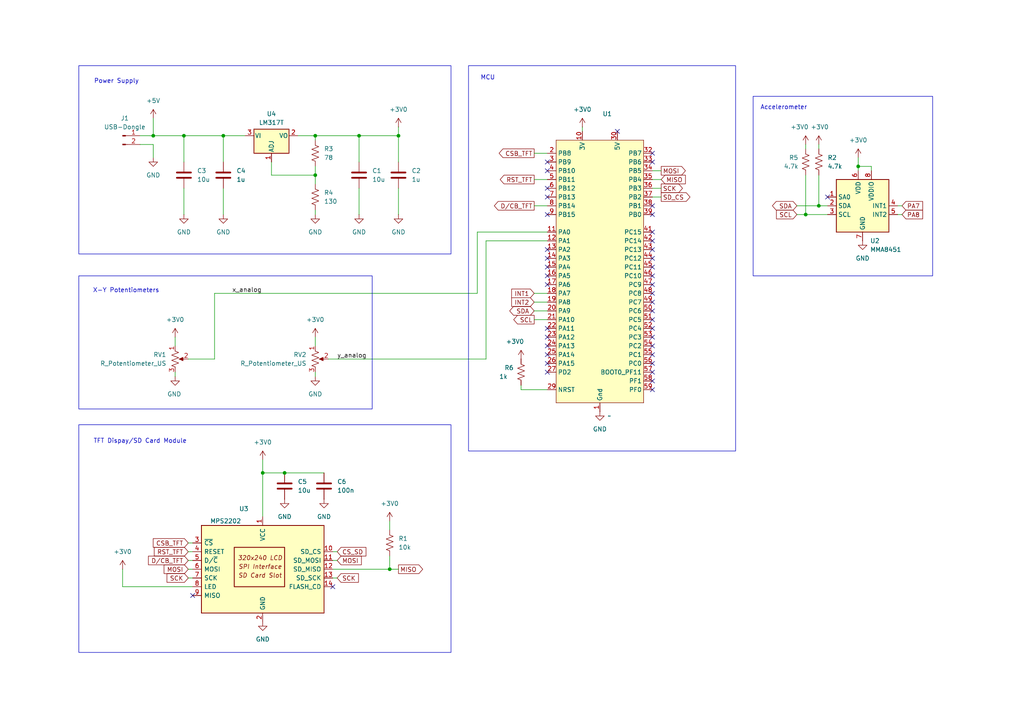
<source format=kicad_sch>
(kicad_sch
	(version 20231120)
	(generator "eeschema")
	(generator_version "8.0")
	(uuid "3e4d20ed-557e-4cff-9f91-598a72ef8c78")
	(paper "A4")
	(lib_symbols
		(symbol "Connector:Conn_01x02_Pin"
			(pin_names
				(offset 1.016) hide)
			(exclude_from_sim no)
			(in_bom yes)
			(on_board yes)
			(property "Reference" "J"
				(at 0 2.54 0)
				(effects
					(font
						(size 1.27 1.27)
					)
				)
			)
			(property "Value" "Conn_01x02_Pin"
				(at 0 -5.08 0)
				(effects
					(font
						(size 1.27 1.27)
					)
				)
			)
			(property "Footprint" ""
				(at 0 0 0)
				(effects
					(font
						(size 1.27 1.27)
					)
					(hide yes)
				)
			)
			(property "Datasheet" "~"
				(at 0 0 0)
				(effects
					(font
						(size 1.27 1.27)
					)
					(hide yes)
				)
			)
			(property "Description" "Generic connector, single row, 01x02, script generated"
				(at 0 0 0)
				(effects
					(font
						(size 1.27 1.27)
					)
					(hide yes)
				)
			)
			(property "ki_locked" ""
				(at 0 0 0)
				(effects
					(font
						(size 1.27 1.27)
					)
				)
			)
			(property "ki_keywords" "connector"
				(at 0 0 0)
				(effects
					(font
						(size 1.27 1.27)
					)
					(hide yes)
				)
			)
			(property "ki_fp_filters" "Connector*:*_1x??_*"
				(at 0 0 0)
				(effects
					(font
						(size 1.27 1.27)
					)
					(hide yes)
				)
			)
			(symbol "Conn_01x02_Pin_1_1"
				(polyline
					(pts
						(xy 1.27 -2.54) (xy 0.8636 -2.54)
					)
					(stroke
						(width 0.1524)
						(type default)
					)
					(fill
						(type none)
					)
				)
				(polyline
					(pts
						(xy 1.27 0) (xy 0.8636 0)
					)
					(stroke
						(width 0.1524)
						(type default)
					)
					(fill
						(type none)
					)
				)
				(rectangle
					(start 0.8636 -2.413)
					(end 0 -2.667)
					(stroke
						(width 0.1524)
						(type default)
					)
					(fill
						(type outline)
					)
				)
				(rectangle
					(start 0.8636 0.127)
					(end 0 -0.127)
					(stroke
						(width 0.1524)
						(type default)
					)
					(fill
						(type outline)
					)
				)
				(pin passive line
					(at 5.08 0 180)
					(length 3.81)
					(name "Pin_1"
						(effects
							(font
								(size 1.27 1.27)
							)
						)
					)
					(number "1"
						(effects
							(font
								(size 1.27 1.27)
							)
						)
					)
				)
				(pin passive line
					(at 5.08 -2.54 180)
					(length 3.81)
					(name "Pin_2"
						(effects
							(font
								(size 1.27 1.27)
							)
						)
					)
					(number "2"
						(effects
							(font
								(size 1.27 1.27)
							)
						)
					)
				)
			)
		)
		(symbol "Device:C"
			(pin_numbers hide)
			(pin_names
				(offset 0.254)
			)
			(exclude_from_sim no)
			(in_bom yes)
			(on_board yes)
			(property "Reference" "C"
				(at 0.635 2.54 0)
				(effects
					(font
						(size 1.27 1.27)
					)
					(justify left)
				)
			)
			(property "Value" "C"
				(at 0.635 -2.54 0)
				(effects
					(font
						(size 1.27 1.27)
					)
					(justify left)
				)
			)
			(property "Footprint" ""
				(at 0.9652 -3.81 0)
				(effects
					(font
						(size 1.27 1.27)
					)
					(hide yes)
				)
			)
			(property "Datasheet" "~"
				(at 0 0 0)
				(effects
					(font
						(size 1.27 1.27)
					)
					(hide yes)
				)
			)
			(property "Description" "Unpolarized capacitor"
				(at 0 0 0)
				(effects
					(font
						(size 1.27 1.27)
					)
					(hide yes)
				)
			)
			(property "ki_keywords" "cap capacitor"
				(at 0 0 0)
				(effects
					(font
						(size 1.27 1.27)
					)
					(hide yes)
				)
			)
			(property "ki_fp_filters" "C_*"
				(at 0 0 0)
				(effects
					(font
						(size 1.27 1.27)
					)
					(hide yes)
				)
			)
			(symbol "C_0_1"
				(polyline
					(pts
						(xy -2.032 -0.762) (xy 2.032 -0.762)
					)
					(stroke
						(width 0.508)
						(type default)
					)
					(fill
						(type none)
					)
				)
				(polyline
					(pts
						(xy -2.032 0.762) (xy 2.032 0.762)
					)
					(stroke
						(width 0.508)
						(type default)
					)
					(fill
						(type none)
					)
				)
			)
			(symbol "C_1_1"
				(pin passive line
					(at 0 3.81 270)
					(length 2.794)
					(name "~"
						(effects
							(font
								(size 1.27 1.27)
							)
						)
					)
					(number "1"
						(effects
							(font
								(size 1.27 1.27)
							)
						)
					)
				)
				(pin passive line
					(at 0 -3.81 90)
					(length 2.794)
					(name "~"
						(effects
							(font
								(size 1.27 1.27)
							)
						)
					)
					(number "2"
						(effects
							(font
								(size 1.27 1.27)
							)
						)
					)
				)
			)
		)
		(symbol "Device:R_Potentiometer_US"
			(pin_names
				(offset 1.016) hide)
			(exclude_from_sim no)
			(in_bom yes)
			(on_board yes)
			(property "Reference" "RV"
				(at -4.445 0 90)
				(effects
					(font
						(size 1.27 1.27)
					)
				)
			)
			(property "Value" "R_Potentiometer_US"
				(at -2.54 0 90)
				(effects
					(font
						(size 1.27 1.27)
					)
				)
			)
			(property "Footprint" ""
				(at 0 0 0)
				(effects
					(font
						(size 1.27 1.27)
					)
					(hide yes)
				)
			)
			(property "Datasheet" "~"
				(at 0 0 0)
				(effects
					(font
						(size 1.27 1.27)
					)
					(hide yes)
				)
			)
			(property "Description" "Potentiometer, US symbol"
				(at 0 0 0)
				(effects
					(font
						(size 1.27 1.27)
					)
					(hide yes)
				)
			)
			(property "ki_keywords" "resistor variable"
				(at 0 0 0)
				(effects
					(font
						(size 1.27 1.27)
					)
					(hide yes)
				)
			)
			(property "ki_fp_filters" "Potentiometer*"
				(at 0 0 0)
				(effects
					(font
						(size 1.27 1.27)
					)
					(hide yes)
				)
			)
			(symbol "R_Potentiometer_US_0_1"
				(polyline
					(pts
						(xy 0 -2.286) (xy 0 -2.54)
					)
					(stroke
						(width 0)
						(type default)
					)
					(fill
						(type none)
					)
				)
				(polyline
					(pts
						(xy 0 2.54) (xy 0 2.286)
					)
					(stroke
						(width 0)
						(type default)
					)
					(fill
						(type none)
					)
				)
				(polyline
					(pts
						(xy 2.54 0) (xy 1.524 0)
					)
					(stroke
						(width 0)
						(type default)
					)
					(fill
						(type none)
					)
				)
				(polyline
					(pts
						(xy 1.143 0) (xy 2.286 0.508) (xy 2.286 -0.508) (xy 1.143 0)
					)
					(stroke
						(width 0)
						(type default)
					)
					(fill
						(type outline)
					)
				)
				(polyline
					(pts
						(xy 0 -0.762) (xy 1.016 -1.143) (xy 0 -1.524) (xy -1.016 -1.905) (xy 0 -2.286)
					)
					(stroke
						(width 0)
						(type default)
					)
					(fill
						(type none)
					)
				)
				(polyline
					(pts
						(xy 0 0.762) (xy 1.016 0.381) (xy 0 0) (xy -1.016 -0.381) (xy 0 -0.762)
					)
					(stroke
						(width 0)
						(type default)
					)
					(fill
						(type none)
					)
				)
				(polyline
					(pts
						(xy 0 2.286) (xy 1.016 1.905) (xy 0 1.524) (xy -1.016 1.143) (xy 0 0.762)
					)
					(stroke
						(width 0)
						(type default)
					)
					(fill
						(type none)
					)
				)
			)
			(symbol "R_Potentiometer_US_1_1"
				(pin passive line
					(at 0 3.81 270)
					(length 1.27)
					(name "1"
						(effects
							(font
								(size 1.27 1.27)
							)
						)
					)
					(number "1"
						(effects
							(font
								(size 1.27 1.27)
							)
						)
					)
				)
				(pin passive line
					(at 3.81 0 180)
					(length 1.27)
					(name "2"
						(effects
							(font
								(size 1.27 1.27)
							)
						)
					)
					(number "2"
						(effects
							(font
								(size 1.27 1.27)
							)
						)
					)
				)
				(pin passive line
					(at 0 -3.81 90)
					(length 1.27)
					(name "3"
						(effects
							(font
								(size 1.27 1.27)
							)
						)
					)
					(number "3"
						(effects
							(font
								(size 1.27 1.27)
							)
						)
					)
				)
			)
		)
		(symbol "Device:R_US"
			(pin_numbers hide)
			(pin_names
				(offset 0)
			)
			(exclude_from_sim no)
			(in_bom yes)
			(on_board yes)
			(property "Reference" "R"
				(at 2.54 0 90)
				(effects
					(font
						(size 1.27 1.27)
					)
				)
			)
			(property "Value" "R_US"
				(at -2.54 0 90)
				(effects
					(font
						(size 1.27 1.27)
					)
				)
			)
			(property "Footprint" ""
				(at 1.016 -0.254 90)
				(effects
					(font
						(size 1.27 1.27)
					)
					(hide yes)
				)
			)
			(property "Datasheet" "~"
				(at 0 0 0)
				(effects
					(font
						(size 1.27 1.27)
					)
					(hide yes)
				)
			)
			(property "Description" "Resistor, US symbol"
				(at 0 0 0)
				(effects
					(font
						(size 1.27 1.27)
					)
					(hide yes)
				)
			)
			(property "ki_keywords" "R res resistor"
				(at 0 0 0)
				(effects
					(font
						(size 1.27 1.27)
					)
					(hide yes)
				)
			)
			(property "ki_fp_filters" "R_*"
				(at 0 0 0)
				(effects
					(font
						(size 1.27 1.27)
					)
					(hide yes)
				)
			)
			(symbol "R_US_0_1"
				(polyline
					(pts
						(xy 0 -2.286) (xy 0 -2.54)
					)
					(stroke
						(width 0)
						(type default)
					)
					(fill
						(type none)
					)
				)
				(polyline
					(pts
						(xy 0 2.286) (xy 0 2.54)
					)
					(stroke
						(width 0)
						(type default)
					)
					(fill
						(type none)
					)
				)
				(polyline
					(pts
						(xy 0 -0.762) (xy 1.016 -1.143) (xy 0 -1.524) (xy -1.016 -1.905) (xy 0 -2.286)
					)
					(stroke
						(width 0)
						(type default)
					)
					(fill
						(type none)
					)
				)
				(polyline
					(pts
						(xy 0 0.762) (xy 1.016 0.381) (xy 0 0) (xy -1.016 -0.381) (xy 0 -0.762)
					)
					(stroke
						(width 0)
						(type default)
					)
					(fill
						(type none)
					)
				)
				(polyline
					(pts
						(xy 0 2.286) (xy 1.016 1.905) (xy 0 1.524) (xy -1.016 1.143) (xy 0 0.762)
					)
					(stroke
						(width 0)
						(type default)
					)
					(fill
						(type none)
					)
				)
			)
			(symbol "R_US_1_1"
				(pin passive line
					(at 0 3.81 270)
					(length 1.27)
					(name "~"
						(effects
							(font
								(size 1.27 1.27)
							)
						)
					)
					(number "1"
						(effects
							(font
								(size 1.27 1.27)
							)
						)
					)
				)
				(pin passive line
					(at 0 -3.81 90)
					(length 1.27)
					(name "~"
						(effects
							(font
								(size 1.27 1.27)
							)
						)
					)
					(number "2"
						(effects
							(font
								(size 1.27 1.27)
							)
						)
					)
				)
			)
		)
		(symbol "Driver_Display:CR2013-MI2120"
			(pin_names
				(offset 0.762)
			)
			(exclude_from_sim no)
			(in_bom yes)
			(on_board yes)
			(property "Reference" "U3"
				(at 6.858 17.526 0)
				(effects
					(font
						(size 1.27 1.27)
					)
					(justify right)
				)
			)
			(property "Value" "MPS2202"
				(at 15.24 13.97 0)
				(effects
					(font
						(size 1.27 1.27)
					)
					(justify right)
				)
			)
			(property "Footprint" "Display:CR2013-MI2120"
				(at 0 -17.78 0)
				(effects
					(font
						(size 1.27 1.27)
					)
					(hide yes)
				)
			)
			(property "Datasheet" "http://pan.baidu.com/s/11Y990"
				(at -16.51 12.7 0)
				(effects
					(font
						(size 1.27 1.27)
					)
					(hide yes)
				)
			)
			(property "Description" ""
				(at 0 0 0)
				(effects
					(font
						(size 1.27 1.27)
					)
					(hide yes)
				)
			)
			(property "ki_keywords" "driver display"
				(at 0 0 0)
				(effects
					(font
						(size 1.27 1.27)
					)
					(hide yes)
				)
			)
			(property "ki_fp_filters" "*CR2013*MI2120*"
				(at 0 0 0)
				(effects
					(font
						(size 1.27 1.27)
					)
					(hide yes)
				)
			)
			(symbol "CR2013-MI2120_0_0"
				(text "320x240 LCD"
					(at 0.762 3.302 0)
					(effects
						(font
							(size 1.27 1.27)
							(italic yes)
						)
					)
				)
				(text "SD Card Slot"
					(at -5.588 -1.778 0)
					(effects
						(font
							(size 1.27 1.27)
							(italic yes)
						)
						(justify left)
					)
				)
				(text "SPI Interface"
					(at -5.588 0.762 0)
					(effects
						(font
							(size 1.27 1.27)
							(italic yes)
						)
						(justify left)
					)
				)
			)
			(symbol "CR2013-MI2120_0_1"
				(rectangle
					(start -17.78 12.7)
					(end 17.78 -12.7)
					(stroke
						(width 0.254)
						(type default)
					)
					(fill
						(type background)
					)
				)
				(rectangle
					(start -6.35 6.35)
					(end 8.255 -5.08)
					(stroke
						(width 0.254)
						(type default)
					)
					(fill
						(type none)
					)
				)
			)
			(symbol "CR2013-MI2120_1_1"
				(pin power_in line
					(at 0 15.24 270)
					(length 2.54)
					(name "VCC"
						(effects
							(font
								(size 1.27 1.27)
							)
						)
					)
					(number "1"
						(effects
							(font
								(size 1.27 1.27)
							)
						)
					)
				)
				(pin input line
					(at -20.32 5.08 0)
					(length 2.54)
					(name "SD_CS"
						(effects
							(font
								(size 1.27 1.27)
							)
						)
					)
					(number "10"
						(effects
							(font
								(size 1.27 1.27)
							)
						)
					)
				)
				(pin input line
					(at -20.32 2.54 0)
					(length 2.54)
					(name "SD_MOSI"
						(effects
							(font
								(size 1.27 1.27)
							)
						)
					)
					(number "11"
						(effects
							(font
								(size 1.27 1.27)
							)
						)
					)
				)
				(pin output line
					(at -20.32 0 0)
					(length 2.54)
					(name "SD_MISO"
						(effects
							(font
								(size 1.27 1.27)
							)
						)
					)
					(number "12"
						(effects
							(font
								(size 1.27 1.27)
							)
						)
					)
				)
				(pin input line
					(at -20.32 -2.54 0)
					(length 2.54)
					(name "SD_SCK"
						(effects
							(font
								(size 1.27 1.27)
							)
						)
					)
					(number "13"
						(effects
							(font
								(size 1.27 1.27)
							)
						)
					)
				)
				(pin input line
					(at -20.32 -5.08 0)
					(length 2.54)
					(name "FLASH_CD"
						(effects
							(font
								(size 1.27 1.27)
							)
						)
					)
					(number "14"
						(effects
							(font
								(size 1.27 1.27)
							)
						)
					)
				)
				(pin power_in line
					(at 0 -15.24 90)
					(length 2.54)
					(name "GND"
						(effects
							(font
								(size 1.27 1.27)
							)
						)
					)
					(number "2"
						(effects
							(font
								(size 1.27 1.27)
							)
						)
					)
				)
				(pin input line
					(at 20.32 7.62 180)
					(length 2.54)
					(name "~{CS}"
						(effects
							(font
								(size 1.27 1.27)
							)
						)
					)
					(number "3"
						(effects
							(font
								(size 1.27 1.27)
							)
						)
					)
				)
				(pin input line
					(at 20.32 5.08 180)
					(length 2.54)
					(name "RESET"
						(effects
							(font
								(size 1.27 1.27)
							)
						)
					)
					(number "4"
						(effects
							(font
								(size 1.27 1.27)
							)
						)
					)
				)
				(pin input line
					(at 20.32 2.54 180)
					(length 2.54)
					(name "D/~{C}"
						(effects
							(font
								(size 1.27 1.27)
							)
						)
					)
					(number "5"
						(effects
							(font
								(size 1.27 1.27)
							)
						)
					)
				)
				(pin input line
					(at 20.32 0 180)
					(length 2.54)
					(name "MOSI"
						(effects
							(font
								(size 1.27 1.27)
							)
						)
					)
					(number "6"
						(effects
							(font
								(size 1.27 1.27)
							)
						)
					)
				)
				(pin input line
					(at 20.32 -2.54 180)
					(length 2.54)
					(name "SCK"
						(effects
							(font
								(size 1.27 1.27)
							)
						)
					)
					(number "7"
						(effects
							(font
								(size 1.27 1.27)
							)
						)
					)
				)
				(pin input line
					(at 20.32 -5.08 180)
					(length 2.54)
					(name "LED"
						(effects
							(font
								(size 1.27 1.27)
							)
						)
					)
					(number "8"
						(effects
							(font
								(size 1.27 1.27)
							)
						)
					)
				)
				(pin output line
					(at 20.32 -7.62 180)
					(length 2.54)
					(name "MISO"
						(effects
							(font
								(size 1.27 1.27)
							)
						)
					)
					(number "9"
						(effects
							(font
								(size 1.27 1.27)
							)
						)
					)
				)
			)
		)
		(symbol "Project_Library:STM32F091_Dev_Board"
			(exclude_from_sim no)
			(in_bom yes)
			(on_board yes)
			(property "Reference" "U"
				(at -0.254 0.254 0)
				(effects
					(font
						(size 1.27 1.27)
					)
				)
			)
			(property "Value" ""
				(at -2.54 11.43 0)
				(effects
					(font
						(size 1.27 1.27)
					)
				)
			)
			(property "Footprint" ""
				(at -2.54 11.43 0)
				(effects
					(font
						(size 1.27 1.27)
					)
					(hide yes)
				)
			)
			(property "Datasheet" ""
				(at -2.54 11.43 0)
				(effects
					(font
						(size 1.27 1.27)
					)
					(hide yes)
				)
			)
			(property "Description" ""
				(at -2.54 11.43 0)
				(effects
					(font
						(size 1.27 1.27)
					)
					(hide yes)
				)
			)
			(symbol "STM32F091_Dev_Board_1_1"
				(rectangle
					(start -12.7 38.1)
					(end 12.7 -38.1)
					(stroke
						(width 0)
						(type default)
					)
					(fill
						(type background)
					)
				)
				(pin power_in line
					(at 0 -40.64 90)
					(length 2.54)
					(name "Gnd"
						(effects
							(font
								(size 1.27 1.27)
							)
						)
					)
					(number "1"
						(effects
							(font
								(size 1.27 1.27)
							)
						)
					)
				)
				(pin power_in line
					(at -5.08 40.64 270)
					(length 2.54)
					(name "3V"
						(effects
							(font
								(size 1.27 1.27)
							)
						)
					)
					(number "10"
						(effects
							(font
								(size 1.27 1.27)
							)
						)
					)
				)
				(pin bidirectional line
					(at -15.24 11.43 0)
					(length 2.54)
					(name "PA0"
						(effects
							(font
								(size 1.27 1.27)
							)
						)
					)
					(number "11"
						(effects
							(font
								(size 1.27 1.27)
							)
						)
					)
				)
				(pin bidirectional line
					(at -15.24 8.89 0)
					(length 2.54)
					(name "PA1"
						(effects
							(font
								(size 1.27 1.27)
							)
						)
					)
					(number "12"
						(effects
							(font
								(size 1.27 1.27)
							)
						)
					)
				)
				(pin bidirectional line
					(at -15.24 6.35 0)
					(length 2.54)
					(name "PA2"
						(effects
							(font
								(size 1.27 1.27)
							)
						)
					)
					(number "13"
						(effects
							(font
								(size 1.27 1.27)
							)
						)
					)
				)
				(pin bidirectional line
					(at -15.24 3.81 0)
					(length 2.54)
					(name "PA3"
						(effects
							(font
								(size 1.27 1.27)
							)
						)
					)
					(number "14"
						(effects
							(font
								(size 1.27 1.27)
							)
						)
					)
				)
				(pin bidirectional line
					(at -15.24 1.27 0)
					(length 2.54)
					(name "PA4"
						(effects
							(font
								(size 1.27 1.27)
							)
						)
					)
					(number "15"
						(effects
							(font
								(size 1.27 1.27)
							)
						)
					)
				)
				(pin bidirectional line
					(at -15.24 -1.27 0)
					(length 2.54)
					(name "PA5"
						(effects
							(font
								(size 1.27 1.27)
							)
						)
					)
					(number "16"
						(effects
							(font
								(size 1.27 1.27)
							)
						)
					)
				)
				(pin bidirectional line
					(at -15.24 -3.81 0)
					(length 2.54)
					(name "PA6"
						(effects
							(font
								(size 1.27 1.27)
							)
						)
					)
					(number "17"
						(effects
							(font
								(size 1.27 1.27)
							)
						)
					)
				)
				(pin bidirectional line
					(at -15.24 -6.35 0)
					(length 2.54)
					(name "PA7"
						(effects
							(font
								(size 1.27 1.27)
							)
						)
					)
					(number "18"
						(effects
							(font
								(size 1.27 1.27)
							)
						)
					)
				)
				(pin bidirectional line
					(at -15.24 -8.89 0)
					(length 2.54)
					(name "PA8"
						(effects
							(font
								(size 1.27 1.27)
							)
						)
					)
					(number "19"
						(effects
							(font
								(size 1.27 1.27)
							)
						)
					)
				)
				(pin bidirectional line
					(at -15.24 34.29 0)
					(length 2.54)
					(name "PB8"
						(effects
							(font
								(size 1.27 1.27)
							)
						)
					)
					(number "2"
						(effects
							(font
								(size 1.27 1.27)
							)
						)
					)
				)
				(pin bidirectional line
					(at -15.24 -11.43 0)
					(length 2.54)
					(name "PA9"
						(effects
							(font
								(size 1.27 1.27)
							)
						)
					)
					(number "20"
						(effects
							(font
								(size 1.27 1.27)
							)
						)
					)
				)
				(pin bidirectional line
					(at -15.24 -13.97 0)
					(length 2.54)
					(name "PA10"
						(effects
							(font
								(size 1.27 1.27)
							)
						)
					)
					(number "21"
						(effects
							(font
								(size 1.27 1.27)
							)
						)
					)
				)
				(pin bidirectional line
					(at -15.24 -16.51 0)
					(length 2.54)
					(name "PA11"
						(effects
							(font
								(size 1.27 1.27)
							)
						)
					)
					(number "22"
						(effects
							(font
								(size 1.27 1.27)
							)
						)
					)
				)
				(pin bidirectional line
					(at -15.24 -19.05 0)
					(length 2.54)
					(name "PA12"
						(effects
							(font
								(size 1.27 1.27)
							)
						)
					)
					(number "23"
						(effects
							(font
								(size 1.27 1.27)
							)
						)
					)
				)
				(pin bidirectional line
					(at -15.24 -21.59 0)
					(length 2.54)
					(name "PA13"
						(effects
							(font
								(size 1.27 1.27)
							)
						)
					)
					(number "24"
						(effects
							(font
								(size 1.27 1.27)
							)
						)
					)
				)
				(pin bidirectional line
					(at -15.24 -24.13 0)
					(length 2.54)
					(name "PA14"
						(effects
							(font
								(size 1.27 1.27)
							)
						)
					)
					(number "25"
						(effects
							(font
								(size 1.27 1.27)
							)
						)
					)
				)
				(pin bidirectional line
					(at -15.24 -26.67 0)
					(length 2.54)
					(name "PA15"
						(effects
							(font
								(size 1.27 1.27)
							)
						)
					)
					(number "26"
						(effects
							(font
								(size 1.27 1.27)
							)
						)
					)
				)
				(pin bidirectional line
					(at -15.24 -29.21 0)
					(length 2.54)
					(name "PD2"
						(effects
							(font
								(size 1.27 1.27)
							)
						)
					)
					(number "27"
						(effects
							(font
								(size 1.27 1.27)
							)
						)
					)
				)
				(pin power_in line
					(at 0 -40.64 90)
					(length 2.54) hide
					(name "GND"
						(effects
							(font
								(size 1.27 1.27)
							)
						)
					)
					(number "28"
						(effects
							(font
								(size 1.27 1.27)
							)
						)
					)
				)
				(pin bidirectional line
					(at -15.24 -34.29 0)
					(length 2.54)
					(name "NRST"
						(effects
							(font
								(size 1.27 1.27)
							)
						)
					)
					(number "29"
						(effects
							(font
								(size 1.27 1.27)
							)
						)
					)
				)
				(pin bidirectional line
					(at -15.24 31.75 0)
					(length 2.54)
					(name "PB9"
						(effects
							(font
								(size 1.27 1.27)
							)
						)
					)
					(number "3"
						(effects
							(font
								(size 1.27 1.27)
							)
						)
					)
				)
				(pin bidirectional line
					(at 5.08 40.64 270)
					(length 2.54)
					(name "5V"
						(effects
							(font
								(size 1.27 1.27)
							)
						)
					)
					(number "30"
						(effects
							(font
								(size 1.27 1.27)
							)
						)
					)
				)
				(pin power_in line
					(at 0 -40.64 90)
					(length 2.54) hide
					(name "Gnd"
						(effects
							(font
								(size 1.27 1.27)
							)
						)
					)
					(number "31"
						(effects
							(font
								(size 1.27 1.27)
							)
						)
					)
				)
				(pin bidirectional line
					(at 15.24 34.29 180)
					(length 2.54)
					(name "PB7"
						(effects
							(font
								(size 1.27 1.27)
							)
						)
					)
					(number "32"
						(effects
							(font
								(size 1.27 1.27)
							)
						)
					)
				)
				(pin bidirectional line
					(at 15.24 31.75 180)
					(length 2.54)
					(name "PB6"
						(effects
							(font
								(size 1.27 1.27)
							)
						)
					)
					(number "33"
						(effects
							(font
								(size 1.27 1.27)
							)
						)
					)
				)
				(pin bidirectional line
					(at 15.24 29.21 180)
					(length 2.54)
					(name "PB5"
						(effects
							(font
								(size 1.27 1.27)
							)
						)
					)
					(number "34"
						(effects
							(font
								(size 1.27 1.27)
							)
						)
					)
				)
				(pin bidirectional line
					(at 15.24 26.67 180)
					(length 2.54)
					(name "PB4"
						(effects
							(font
								(size 1.27 1.27)
							)
						)
					)
					(number "35"
						(effects
							(font
								(size 1.27 1.27)
							)
						)
					)
				)
				(pin bidirectional line
					(at 15.24 24.13 180)
					(length 2.54)
					(name "PB3"
						(effects
							(font
								(size 1.27 1.27)
							)
						)
					)
					(number "36"
						(effects
							(font
								(size 1.27 1.27)
							)
						)
					)
				)
				(pin bidirectional line
					(at 15.24 21.59 180)
					(length 2.54)
					(name "PB2"
						(effects
							(font
								(size 1.27 1.27)
							)
						)
					)
					(number "37"
						(effects
							(font
								(size 1.27 1.27)
							)
						)
					)
				)
				(pin bidirectional line
					(at 15.24 19.05 180)
					(length 2.54)
					(name "PB1"
						(effects
							(font
								(size 1.27 1.27)
							)
						)
					)
					(number "38"
						(effects
							(font
								(size 1.27 1.27)
							)
						)
					)
				)
				(pin bidirectional line
					(at 15.24 16.51 180)
					(length 2.54)
					(name "PB0"
						(effects
							(font
								(size 1.27 1.27)
							)
						)
					)
					(number "39"
						(effects
							(font
								(size 1.27 1.27)
							)
						)
					)
				)
				(pin bidirectional line
					(at -15.24 29.21 0)
					(length 2.54)
					(name "PB10"
						(effects
							(font
								(size 1.27 1.27)
							)
						)
					)
					(number "4"
						(effects
							(font
								(size 1.27 1.27)
							)
						)
					)
				)
				(pin power_in line
					(at -5.08 40.64 270)
					(length 2.54) hide
					(name "3V"
						(effects
							(font
								(size 1.27 1.27)
							)
						)
					)
					(number "40"
						(effects
							(font
								(size 1.27 1.27)
							)
						)
					)
				)
				(pin bidirectional line
					(at 15.24 11.43 180)
					(length 2.54)
					(name "PC15"
						(effects
							(font
								(size 1.27 1.27)
							)
						)
					)
					(number "41"
						(effects
							(font
								(size 1.27 1.27)
							)
						)
					)
				)
				(pin bidirectional line
					(at 15.24 8.89 180)
					(length 2.54)
					(name "PC14"
						(effects
							(font
								(size 1.27 1.27)
							)
						)
					)
					(number "42"
						(effects
							(font
								(size 1.27 1.27)
							)
						)
					)
				)
				(pin bidirectional line
					(at 15.24 6.35 180)
					(length 2.54)
					(name "PC13"
						(effects
							(font
								(size 1.27 1.27)
							)
						)
					)
					(number "43"
						(effects
							(font
								(size 1.27 1.27)
							)
						)
					)
				)
				(pin bidirectional line
					(at 15.24 3.81 180)
					(length 2.54)
					(name "PC12"
						(effects
							(font
								(size 1.27 1.27)
							)
						)
					)
					(number "44"
						(effects
							(font
								(size 1.27 1.27)
							)
						)
					)
				)
				(pin bidirectional line
					(at 15.24 1.27 180)
					(length 2.54)
					(name "PC11"
						(effects
							(font
								(size 1.27 1.27)
							)
						)
					)
					(number "45"
						(effects
							(font
								(size 1.27 1.27)
							)
						)
					)
				)
				(pin bidirectional line
					(at 15.24 -1.27 180)
					(length 2.54)
					(name "PC10"
						(effects
							(font
								(size 1.27 1.27)
							)
						)
					)
					(number "46"
						(effects
							(font
								(size 1.27 1.27)
							)
						)
					)
				)
				(pin bidirectional line
					(at 15.24 -3.81 180)
					(length 2.54)
					(name "PC9"
						(effects
							(font
								(size 1.27 1.27)
							)
						)
					)
					(number "47"
						(effects
							(font
								(size 1.27 1.27)
							)
						)
					)
				)
				(pin bidirectional line
					(at 15.24 -6.35 180)
					(length 2.54)
					(name "PC8"
						(effects
							(font
								(size 1.27 1.27)
							)
						)
					)
					(number "48"
						(effects
							(font
								(size 1.27 1.27)
							)
						)
					)
				)
				(pin bidirectional line
					(at 15.24 -8.89 180)
					(length 2.54)
					(name "PC7"
						(effects
							(font
								(size 1.27 1.27)
							)
						)
					)
					(number "49"
						(effects
							(font
								(size 1.27 1.27)
							)
						)
					)
				)
				(pin bidirectional line
					(at -15.24 26.67 0)
					(length 2.54)
					(name "PB11"
						(effects
							(font
								(size 1.27 1.27)
							)
						)
					)
					(number "5"
						(effects
							(font
								(size 1.27 1.27)
							)
						)
					)
				)
				(pin bidirectional line
					(at 15.24 -11.43 180)
					(length 2.54)
					(name "PC6"
						(effects
							(font
								(size 1.27 1.27)
							)
						)
					)
					(number "50"
						(effects
							(font
								(size 1.27 1.27)
							)
						)
					)
				)
				(pin bidirectional line
					(at 15.24 -13.97 180)
					(length 2.54)
					(name "PC5"
						(effects
							(font
								(size 1.27 1.27)
							)
						)
					)
					(number "51"
						(effects
							(font
								(size 1.27 1.27)
							)
						)
					)
				)
				(pin bidirectional line
					(at 15.24 -16.51 180)
					(length 2.54)
					(name "PC4"
						(effects
							(font
								(size 1.27 1.27)
							)
						)
					)
					(number "52"
						(effects
							(font
								(size 1.27 1.27)
							)
						)
					)
				)
				(pin bidirectional line
					(at 15.24 -19.05 180)
					(length 2.54)
					(name "PC3"
						(effects
							(font
								(size 1.27 1.27)
							)
						)
					)
					(number "53"
						(effects
							(font
								(size 1.27 1.27)
							)
						)
					)
				)
				(pin bidirectional line
					(at 15.24 -21.59 180)
					(length 2.54)
					(name "PC2"
						(effects
							(font
								(size 1.27 1.27)
							)
						)
					)
					(number "54"
						(effects
							(font
								(size 1.27 1.27)
							)
						)
					)
				)
				(pin bidirectional line
					(at 15.24 -24.13 180)
					(length 2.54)
					(name "PC1"
						(effects
							(font
								(size 1.27 1.27)
							)
						)
					)
					(number "55"
						(effects
							(font
								(size 1.27 1.27)
							)
						)
					)
				)
				(pin bidirectional line
					(at 15.24 -26.67 180)
					(length 2.54)
					(name "PC0"
						(effects
							(font
								(size 1.27 1.27)
							)
						)
					)
					(number "56"
						(effects
							(font
								(size 1.27 1.27)
							)
						)
					)
				)
				(pin bidirectional line
					(at 15.24 -29.21 180)
					(length 2.54)
					(name "BOOT0_PF11"
						(effects
							(font
								(size 1.27 1.27)
							)
						)
					)
					(number "57"
						(effects
							(font
								(size 1.27 1.27)
							)
						)
					)
				)
				(pin power_in line
					(at 15.24 -31.75 180)
					(length 2.54)
					(name "PF1"
						(effects
							(font
								(size 1.27 1.27)
							)
						)
					)
					(number "58"
						(effects
							(font
								(size 1.27 1.27)
							)
						)
					)
				)
				(pin bidirectional line
					(at 15.24 -34.29 180)
					(length 2.54)
					(name "PF0"
						(effects
							(font
								(size 1.27 1.27)
							)
						)
					)
					(number "59"
						(effects
							(font
								(size 1.27 1.27)
							)
						)
					)
				)
				(pin bidirectional line
					(at -15.24 24.13 0)
					(length 2.54)
					(name "PB12"
						(effects
							(font
								(size 1.27 1.27)
							)
						)
					)
					(number "6"
						(effects
							(font
								(size 1.27 1.27)
							)
						)
					)
				)
				(pin bidirectional line
					(at 5.08 40.64 270)
					(length 2.54) hide
					(name "5V"
						(effects
							(font
								(size 1.27 1.27)
							)
						)
					)
					(number "60"
						(effects
							(font
								(size 1.27 1.27)
							)
						)
					)
				)
				(pin bidirectional line
					(at -15.24 21.59 0)
					(length 2.54)
					(name "PB13"
						(effects
							(font
								(size 1.27 1.27)
							)
						)
					)
					(number "7"
						(effects
							(font
								(size 1.27 1.27)
							)
						)
					)
				)
				(pin bidirectional line
					(at -15.24 19.05 0)
					(length 2.54)
					(name "PB14"
						(effects
							(font
								(size 1.27 1.27)
							)
						)
					)
					(number "8"
						(effects
							(font
								(size 1.27 1.27)
							)
						)
					)
				)
				(pin bidirectional line
					(at -15.24 16.51 0)
					(length 2.54)
					(name "PB15"
						(effects
							(font
								(size 1.27 1.27)
							)
						)
					)
					(number "9"
						(effects
							(font
								(size 1.27 1.27)
							)
						)
					)
				)
			)
		)
		(symbol "Regulator_Linear:LM317_SOT-223"
			(pin_names
				(offset 0.254)
			)
			(exclude_from_sim no)
			(in_bom yes)
			(on_board yes)
			(property "Reference" "U"
				(at -3.81 3.175 0)
				(effects
					(font
						(size 1.27 1.27)
					)
				)
			)
			(property "Value" "LM317_SOT-223"
				(at 0 3.175 0)
				(effects
					(font
						(size 1.27 1.27)
					)
					(justify left)
				)
			)
			(property "Footprint" "Package_TO_SOT_SMD:SOT-223-3_TabPin2"
				(at 0 6.35 0)
				(effects
					(font
						(size 1.27 1.27)
						(italic yes)
					)
					(hide yes)
				)
			)
			(property "Datasheet" "http://www.ti.com/lit/ds/symlink/lm317.pdf"
				(at 0 0 0)
				(effects
					(font
						(size 1.27 1.27)
					)
					(hide yes)
				)
			)
			(property "Description" "1.5A 35V Adjustable Linear Regulator, SOT-223"
				(at 0 0 0)
				(effects
					(font
						(size 1.27 1.27)
					)
					(hide yes)
				)
			)
			(property "ki_keywords" "Adjustable Voltage Regulator 1A Positive"
				(at 0 0 0)
				(effects
					(font
						(size 1.27 1.27)
					)
					(hide yes)
				)
			)
			(property "ki_fp_filters" "SOT?223*TabPin2*"
				(at 0 0 0)
				(effects
					(font
						(size 1.27 1.27)
					)
					(hide yes)
				)
			)
			(symbol "LM317_SOT-223_0_1"
				(rectangle
					(start -5.08 1.905)
					(end 5.08 -5.08)
					(stroke
						(width 0.254)
						(type default)
					)
					(fill
						(type background)
					)
				)
			)
			(symbol "LM317_SOT-223_1_1"
				(pin input line
					(at 0 -7.62 90)
					(length 2.54)
					(name "ADJ"
						(effects
							(font
								(size 1.27 1.27)
							)
						)
					)
					(number "1"
						(effects
							(font
								(size 1.27 1.27)
							)
						)
					)
				)
				(pin power_out line
					(at 7.62 0 180)
					(length 2.54)
					(name "VO"
						(effects
							(font
								(size 1.27 1.27)
							)
						)
					)
					(number "2"
						(effects
							(font
								(size 1.27 1.27)
							)
						)
					)
				)
				(pin power_in line
					(at -7.62 0 0)
					(length 2.54)
					(name "VI"
						(effects
							(font
								(size 1.27 1.27)
							)
						)
					)
					(number "3"
						(effects
							(font
								(size 1.27 1.27)
							)
						)
					)
				)
			)
		)
		(symbol "Sensor_Motion:MMA8653FCR1"
			(exclude_from_sim no)
			(in_bom yes)
			(on_board yes)
			(property "Reference" "U2"
				(at 2.1941 -10.16 0)
				(effects
					(font
						(size 1.27 1.27)
					)
					(justify left)
				)
			)
			(property "Value" "MMA8451"
				(at 2.1941 -12.7 0)
				(effects
					(font
						(size 1.27 1.27)
					)
					(justify left)
				)
			)
			(property "Footprint" ""
				(at 1.27 -11.43 0)
				(effects
					(font
						(size 1.27 1.27)
					)
					(justify left)
					(hide yes)
				)
			)
			(property "Datasheet" "https://cdn-shop.adafruit.com/datasheets/MMA8451Q-1.pdf"
				(at -0.254 -2.032 0)
				(effects
					(font
						(size 1.27 1.27)
					)
					(hide yes)
				)
			)
			(property "Description" "3-Axis 10-bit Digital Accelerometer with I2C interface"
				(at 0 0 0)
				(effects
					(font
						(size 1.27 1.27)
					)
					(hide yes)
				)
			)
			(property "ki_keywords" "Accelerometer I2C"
				(at 0 0 0)
				(effects
					(font
						(size 1.27 1.27)
					)
					(hide yes)
				)
			)
			(property "ki_fp_filters" "DFN*2x2mm*P0.4mm*"
				(at 0 0 0)
				(effects
					(font
						(size 1.27 1.27)
					)
					(hide yes)
				)
			)
			(symbol "MMA8653FCR1_0_1"
				(rectangle
					(start -7.62 7.62)
					(end 7.62 -7.62)
					(stroke
						(width 0.254)
						(type default)
					)
					(fill
						(type background)
					)
				)
			)
			(symbol "MMA8653FCR1_1_1"
				(pin input line
					(at -10.16 2.54 0)
					(length 2.54)
					(name "SA0"
						(effects
							(font
								(size 1.27 1.27)
							)
						)
					)
					(number "1"
						(effects
							(font
								(size 1.27 1.27)
							)
						)
					)
				)
				(pin bidirectional line
					(at -10.16 0 0)
					(length 2.54)
					(name "SDA"
						(effects
							(font
								(size 1.27 1.27)
							)
						)
					)
					(number "2"
						(effects
							(font
								(size 1.27 1.27)
							)
						)
					)
				)
				(pin input line
					(at -10.16 -2.54 0)
					(length 2.54)
					(name "SCL"
						(effects
							(font
								(size 1.27 1.27)
							)
						)
					)
					(number "3"
						(effects
							(font
								(size 1.27 1.27)
							)
						)
					)
				)
				(pin output line
					(at 10.16 0 180)
					(length 2.54)
					(name "INT1"
						(effects
							(font
								(size 1.27 1.27)
							)
						)
					)
					(number "4"
						(effects
							(font
								(size 1.27 1.27)
							)
						)
					)
				)
				(pin output line
					(at 10.16 -2.54 180)
					(length 2.54)
					(name "INT2"
						(effects
							(font
								(size 1.27 1.27)
							)
						)
					)
					(number "5"
						(effects
							(font
								(size 1.27 1.27)
							)
						)
					)
				)
				(pin power_in line
					(at -1.27 10.16 270)
					(length 2.54)
					(name "VDD"
						(effects
							(font
								(size 1.27 1.27)
							)
						)
					)
					(number "6"
						(effects
							(font
								(size 1.27 1.27)
							)
						)
					)
				)
				(pin power_in line
					(at 0 -10.16 90)
					(length 2.54)
					(name "GND"
						(effects
							(font
								(size 1.27 1.27)
							)
						)
					)
					(number "7"
						(effects
							(font
								(size 1.27 1.27)
							)
						)
					)
				)
				(pin power_in line
					(at 2.54 10.16 270)
					(length 2.54)
					(name "VDDIO"
						(effects
							(font
								(size 1.27 1.27)
							)
						)
					)
					(number "8"
						(effects
							(font
								(size 1.27 1.27)
							)
						)
					)
				)
			)
		)
		(symbol "power:+3V0"
			(power)
			(pin_numbers hide)
			(pin_names
				(offset 0) hide)
			(exclude_from_sim no)
			(in_bom yes)
			(on_board yes)
			(property "Reference" "#PWR"
				(at 0 -3.81 0)
				(effects
					(font
						(size 1.27 1.27)
					)
					(hide yes)
				)
			)
			(property "Value" "+3V0"
				(at 0 3.556 0)
				(effects
					(font
						(size 1.27 1.27)
					)
				)
			)
			(property "Footprint" ""
				(at 0 0 0)
				(effects
					(font
						(size 1.27 1.27)
					)
					(hide yes)
				)
			)
			(property "Datasheet" ""
				(at 0 0 0)
				(effects
					(font
						(size 1.27 1.27)
					)
					(hide yes)
				)
			)
			(property "Description" "Power symbol creates a global label with name \"+3V0\""
				(at 0 0 0)
				(effects
					(font
						(size 1.27 1.27)
					)
					(hide yes)
				)
			)
			(property "ki_keywords" "global power"
				(at 0 0 0)
				(effects
					(font
						(size 1.27 1.27)
					)
					(hide yes)
				)
			)
			(symbol "+3V0_0_1"
				(polyline
					(pts
						(xy -0.762 1.27) (xy 0 2.54)
					)
					(stroke
						(width 0)
						(type default)
					)
					(fill
						(type none)
					)
				)
				(polyline
					(pts
						(xy 0 0) (xy 0 2.54)
					)
					(stroke
						(width 0)
						(type default)
					)
					(fill
						(type none)
					)
				)
				(polyline
					(pts
						(xy 0 2.54) (xy 0.762 1.27)
					)
					(stroke
						(width 0)
						(type default)
					)
					(fill
						(type none)
					)
				)
			)
			(symbol "+3V0_1_1"
				(pin power_in line
					(at 0 0 90)
					(length 0)
					(name "~"
						(effects
							(font
								(size 1.27 1.27)
							)
						)
					)
					(number "1"
						(effects
							(font
								(size 1.27 1.27)
							)
						)
					)
				)
			)
		)
		(symbol "power:+5V"
			(power)
			(pin_numbers hide)
			(pin_names
				(offset 0) hide)
			(exclude_from_sim no)
			(in_bom yes)
			(on_board yes)
			(property "Reference" "#PWR"
				(at 0 -3.81 0)
				(effects
					(font
						(size 1.27 1.27)
					)
					(hide yes)
				)
			)
			(property "Value" "+5V"
				(at 0 3.556 0)
				(effects
					(font
						(size 1.27 1.27)
					)
				)
			)
			(property "Footprint" ""
				(at 0 0 0)
				(effects
					(font
						(size 1.27 1.27)
					)
					(hide yes)
				)
			)
			(property "Datasheet" ""
				(at 0 0 0)
				(effects
					(font
						(size 1.27 1.27)
					)
					(hide yes)
				)
			)
			(property "Description" "Power symbol creates a global label with name \"+5V\""
				(at 0 0 0)
				(effects
					(font
						(size 1.27 1.27)
					)
					(hide yes)
				)
			)
			(property "ki_keywords" "global power"
				(at 0 0 0)
				(effects
					(font
						(size 1.27 1.27)
					)
					(hide yes)
				)
			)
			(symbol "+5V_0_1"
				(polyline
					(pts
						(xy -0.762 1.27) (xy 0 2.54)
					)
					(stroke
						(width 0)
						(type default)
					)
					(fill
						(type none)
					)
				)
				(polyline
					(pts
						(xy 0 0) (xy 0 2.54)
					)
					(stroke
						(width 0)
						(type default)
					)
					(fill
						(type none)
					)
				)
				(polyline
					(pts
						(xy 0 2.54) (xy 0.762 1.27)
					)
					(stroke
						(width 0)
						(type default)
					)
					(fill
						(type none)
					)
				)
			)
			(symbol "+5V_1_1"
				(pin power_in line
					(at 0 0 90)
					(length 0)
					(name "~"
						(effects
							(font
								(size 1.27 1.27)
							)
						)
					)
					(number "1"
						(effects
							(font
								(size 1.27 1.27)
							)
						)
					)
				)
			)
		)
		(symbol "power:GND"
			(power)
			(pin_numbers hide)
			(pin_names
				(offset 0) hide)
			(exclude_from_sim no)
			(in_bom yes)
			(on_board yes)
			(property "Reference" "#PWR"
				(at 0 -6.35 0)
				(effects
					(font
						(size 1.27 1.27)
					)
					(hide yes)
				)
			)
			(property "Value" "GND"
				(at 0 -3.81 0)
				(effects
					(font
						(size 1.27 1.27)
					)
				)
			)
			(property "Footprint" ""
				(at 0 0 0)
				(effects
					(font
						(size 1.27 1.27)
					)
					(hide yes)
				)
			)
			(property "Datasheet" ""
				(at 0 0 0)
				(effects
					(font
						(size 1.27 1.27)
					)
					(hide yes)
				)
			)
			(property "Description" "Power symbol creates a global label with name \"GND\" , ground"
				(at 0 0 0)
				(effects
					(font
						(size 1.27 1.27)
					)
					(hide yes)
				)
			)
			(property "ki_keywords" "global power"
				(at 0 0 0)
				(effects
					(font
						(size 1.27 1.27)
					)
					(hide yes)
				)
			)
			(symbol "GND_0_1"
				(polyline
					(pts
						(xy 0 0) (xy 0 -1.27) (xy 1.27 -1.27) (xy 0 -2.54) (xy -1.27 -1.27) (xy 0 -1.27)
					)
					(stroke
						(width 0)
						(type default)
					)
					(fill
						(type none)
					)
				)
			)
			(symbol "GND_1_1"
				(pin power_in line
					(at 0 0 270)
					(length 0)
					(name "~"
						(effects
							(font
								(size 1.27 1.27)
							)
						)
					)
					(number "1"
						(effects
							(font
								(size 1.27 1.27)
							)
						)
					)
				)
			)
		)
	)
	(junction
		(at 104.14 39.37)
		(diameter 0)
		(color 0 0 0 0)
		(uuid "061a9fed-23a4-42a9-b330-9c0e9f696e97")
	)
	(junction
		(at 115.57 39.37)
		(diameter 0)
		(color 0 0 0 0)
		(uuid "1812b879-ace5-43f6-8061-e9324074a7c3")
	)
	(junction
		(at 82.55 137.16)
		(diameter 0)
		(color 0 0 0 0)
		(uuid "1f83d5d9-99e9-4258-854b-94ab13c8c820")
	)
	(junction
		(at 64.77 39.37)
		(diameter 0)
		(color 0 0 0 0)
		(uuid "392d3219-c0d6-4f27-8c5f-279c8b8d781c")
	)
	(junction
		(at 44.45 39.37)
		(diameter 0)
		(color 0 0 0 0)
		(uuid "3be7f8bc-299e-4623-880a-63d4d19fe650")
	)
	(junction
		(at 76.2 137.16)
		(diameter 0)
		(color 0 0 0 0)
		(uuid "3dad2753-b4a2-4cc6-96ea-18f6cde17c60")
	)
	(junction
		(at 53.34 39.37)
		(diameter 0)
		(color 0 0 0 0)
		(uuid "5d2d42d6-6cda-43b0-9302-c188c0f12319")
	)
	(junction
		(at 248.92 48.26)
		(diameter 0)
		(color 0 0 0 0)
		(uuid "8cfd6ea0-57bf-4e42-b096-1edcd7ffb4f7")
	)
	(junction
		(at 91.44 39.37)
		(diameter 0)
		(color 0 0 0 0)
		(uuid "9dc6054a-6e4c-4a2b-a15b-9fe15c9907e9")
	)
	(junction
		(at 233.68 62.23)
		(diameter 0)
		(color 0 0 0 0)
		(uuid "b5288b14-a586-49e2-9cdb-236a41f4ec56")
	)
	(junction
		(at 91.44 50.8)
		(diameter 0)
		(color 0 0 0 0)
		(uuid "c337fa0d-9907-4252-99ec-ceba341dcdb3")
	)
	(junction
		(at 113.03 165.1)
		(diameter 0)
		(color 0 0 0 0)
		(uuid "cf2ef3c5-88b8-4f56-8c46-25ed40912550")
	)
	(junction
		(at 237.49 59.69)
		(diameter 0)
		(color 0 0 0 0)
		(uuid "e95e3668-ab49-4337-ba2c-4113b3dcd653")
	)
	(no_connect
		(at 158.75 107.95)
		(uuid "0e16b8cb-0dc5-401d-a84e-06ba326ff4ab")
	)
	(no_connect
		(at 189.23 110.49)
		(uuid "0f2600de-84e4-43f0-8341-c5574a26556d")
	)
	(no_connect
		(at 158.75 97.79)
		(uuid "14eee784-4dc9-4b77-aed2-78be4958b230")
	)
	(no_connect
		(at 189.23 95.25)
		(uuid "1740f4e2-aac9-484b-b9e2-1025abbfb90c")
	)
	(no_connect
		(at 189.23 105.41)
		(uuid "285d431b-3bb9-4315-9975-069bfb886655")
	)
	(no_connect
		(at 189.23 82.55)
		(uuid "2f44a05b-9695-4f07-9b13-ab04f0fa904c")
	)
	(no_connect
		(at 158.75 46.99)
		(uuid "2f68a94f-cf55-4840-8073-e69d1eaed678")
	)
	(no_connect
		(at 55.88 172.72)
		(uuid "38fc3c42-ac80-492c-a243-54cfe2235492")
	)
	(no_connect
		(at 158.75 74.93)
		(uuid "436f8838-163f-4802-86eb-ce7776208374")
	)
	(no_connect
		(at 158.75 82.55)
		(uuid "4b9a5c33-c835-427b-b553-3b949c92015a")
	)
	(no_connect
		(at 158.75 77.47)
		(uuid "5804d4da-3016-47b0-9704-54540a33df22")
	)
	(no_connect
		(at 158.75 95.25)
		(uuid "5f22a1b9-1693-4483-9bc0-78cb91dad558")
	)
	(no_connect
		(at 189.23 102.87)
		(uuid "6193bdce-e001-460c-ac85-8be87a29b000")
	)
	(no_connect
		(at 189.23 69.85)
		(uuid "62eae482-ceee-4bb2-905e-78e131c3fa44")
	)
	(no_connect
		(at 189.23 90.17)
		(uuid "630a1b53-9407-4847-a689-d6dc4400e478")
	)
	(no_connect
		(at 158.75 80.01)
		(uuid "6aedc7d2-05bc-4792-a520-badca5560a17")
	)
	(no_connect
		(at 189.23 72.39)
		(uuid "6d07b020-0227-4bda-8581-9ce214ed979b")
	)
	(no_connect
		(at 158.75 54.61)
		(uuid "6daafa09-124f-4a2d-a02b-e4db0fe0bd27")
	)
	(no_connect
		(at 158.75 102.87)
		(uuid "716d299d-5bce-47d3-aa11-195d050ab4b8")
	)
	(no_connect
		(at 189.23 92.71)
		(uuid "7511dbae-efcc-4a03-b42c-83d6607a6805")
	)
	(no_connect
		(at 189.23 67.31)
		(uuid "78b985e3-1016-40ee-8ce5-1739f077133b")
	)
	(no_connect
		(at 189.23 113.03)
		(uuid "7dd6adc3-e1b0-4a13-b87c-c8fa79742eea")
	)
	(no_connect
		(at 189.23 77.47)
		(uuid "8921c7cb-8326-4511-b873-528afaf37012")
	)
	(no_connect
		(at 158.75 105.41)
		(uuid "892e8231-278c-4760-bd0c-09a6bab7cae9")
	)
	(no_connect
		(at 189.23 62.23)
		(uuid "902ddb70-ffd9-4016-ba36-d41114469938")
	)
	(no_connect
		(at 179.07 38.1)
		(uuid "971a8455-5d7c-4327-905d-39c61142f071")
	)
	(no_connect
		(at 189.23 100.33)
		(uuid "99a95cf7-8668-4ac6-8943-040f4c32133f")
	)
	(no_connect
		(at 189.23 59.69)
		(uuid "b1b82234-c3df-4b4b-a45e-288d2daba5f1")
	)
	(no_connect
		(at 189.23 46.99)
		(uuid "b7b1ce7c-81d7-445f-a28a-c7a7e0707c8c")
	)
	(no_connect
		(at 189.23 80.01)
		(uuid "bbb113d4-1e00-4f17-8c49-e3603ee85008")
	)
	(no_connect
		(at 189.23 74.93)
		(uuid "cecda758-8ad5-4dbd-be3d-78e2202d7cb2")
	)
	(no_connect
		(at 158.75 49.53)
		(uuid "d4d5208c-25d1-43da-8da6-b7d966b13d14")
	)
	(no_connect
		(at 96.52 170.18)
		(uuid "d4ef31b0-2db2-47b6-81df-ae79dd93e87e")
	)
	(no_connect
		(at 240.03 57.15)
		(uuid "dddf1396-2494-4912-aafa-dc041aa64994")
	)
	(no_connect
		(at 189.23 87.63)
		(uuid "e3309c94-eb59-4a9b-9192-a2c00e88d977")
	)
	(no_connect
		(at 189.23 107.95)
		(uuid "eae208d3-faa1-434b-983a-496ac5ab9ed8")
	)
	(no_connect
		(at 158.75 62.23)
		(uuid "f226c9e7-f74d-4239-bce2-717844ac0cc7")
	)
	(no_connect
		(at 158.75 72.39)
		(uuid "f430131b-5a0f-44e9-8a24-8027ef246ffd")
	)
	(no_connect
		(at 189.23 85.09)
		(uuid "f91c111e-044b-42b4-9879-440fad2c0d7c")
	)
	(no_connect
		(at 158.75 100.33)
		(uuid "fa27d95b-d2a8-4886-93ec-d8a4c06761cd")
	)
	(no_connect
		(at 189.23 44.45)
		(uuid "fa886144-6489-4d6b-904b-95ae442c09ec")
	)
	(no_connect
		(at 158.75 57.15)
		(uuid "fb3e6d3e-9697-446a-b952-e2770dd313de")
	)
	(no_connect
		(at 189.23 97.79)
		(uuid "feaaa7ec-de21-48f8-a244-2c39bc5bb9c3")
	)
	(wire
		(pts
			(xy 76.2 133.35) (xy 76.2 137.16)
		)
		(stroke
			(width 0)
			(type default)
		)
		(uuid "009131a1-4c6e-4bb6-9f44-2e9e965c6c94")
	)
	(wire
		(pts
			(xy 96.52 162.56) (xy 97.79 162.56)
		)
		(stroke
			(width 0)
			(type default)
		)
		(uuid "01a18e84-d086-4849-a167-af3f57d8daa0")
	)
	(wire
		(pts
			(xy 54.61 160.02) (xy 55.88 160.02)
		)
		(stroke
			(width 0)
			(type default)
		)
		(uuid "0586acec-3fdb-4abe-b54f-2f097d9caeca")
	)
	(wire
		(pts
			(xy 154.94 92.71) (xy 158.75 92.71)
		)
		(stroke
			(width 0)
			(type default)
		)
		(uuid "05c81393-fb22-4f12-b846-beb15ee33fcd")
	)
	(wire
		(pts
			(xy 233.68 50.8) (xy 233.68 62.23)
		)
		(stroke
			(width 0)
			(type default)
		)
		(uuid "08d8e8ac-b7fa-4354-9bda-5cc54a5425ad")
	)
	(wire
		(pts
			(xy 168.91 36.83) (xy 168.91 38.1)
		)
		(stroke
			(width 0)
			(type default)
		)
		(uuid "08e661fd-2001-4e31-a58a-c20245c8b30f")
	)
	(wire
		(pts
			(xy 86.36 39.37) (xy 91.44 39.37)
		)
		(stroke
			(width 0)
			(type default)
		)
		(uuid "09837c90-03fa-49f7-8f16-4339e1b35a9f")
	)
	(wire
		(pts
			(xy 140.97 104.14) (xy 140.97 69.85)
		)
		(stroke
			(width 0)
			(type default)
		)
		(uuid "0a8cba46-55ae-4e14-b0bc-eb39908d35bb")
	)
	(wire
		(pts
			(xy 78.74 46.99) (xy 78.74 50.8)
		)
		(stroke
			(width 0)
			(type default)
		)
		(uuid "0c4b44dd-45b8-48a8-ae15-b19408c897b9")
	)
	(wire
		(pts
			(xy 50.8 107.95) (xy 50.8 109.22)
		)
		(stroke
			(width 0)
			(type default)
		)
		(uuid "0ea766dd-7e7b-4193-bfbd-9770f2e1c3c9")
	)
	(wire
		(pts
			(xy 78.74 50.8) (xy 91.44 50.8)
		)
		(stroke
			(width 0)
			(type default)
		)
		(uuid "100f65e8-e046-4cde-91d4-95a9b1019106")
	)
	(wire
		(pts
			(xy 62.23 85.09) (xy 62.23 104.14)
		)
		(stroke
			(width 0)
			(type default)
		)
		(uuid "103d09ac-30a4-4890-8bae-7a319689fc1e")
	)
	(wire
		(pts
			(xy 97.79 160.02) (xy 96.52 160.02)
		)
		(stroke
			(width 0)
			(type default)
		)
		(uuid "10d65b8c-3271-42cc-918c-a7b1a5497fb8")
	)
	(wire
		(pts
			(xy 233.68 41.91) (xy 233.68 43.18)
		)
		(stroke
			(width 0)
			(type default)
		)
		(uuid "114402ba-e1ba-4874-991a-323854c85a23")
	)
	(wire
		(pts
			(xy 115.57 36.83) (xy 115.57 39.37)
		)
		(stroke
			(width 0)
			(type default)
		)
		(uuid "12894456-0e70-476c-bd8d-165491d2c836")
	)
	(wire
		(pts
			(xy 50.8 97.79) (xy 50.8 100.33)
		)
		(stroke
			(width 0)
			(type default)
		)
		(uuid "1a183e8d-858f-4f80-9e2e-b442195f1475")
	)
	(wire
		(pts
			(xy 91.44 39.37) (xy 91.44 40.64)
		)
		(stroke
			(width 0)
			(type default)
		)
		(uuid "1aff3189-514a-4c52-a2b9-729e49f4cb97")
	)
	(wire
		(pts
			(xy 260.35 59.69) (xy 261.62 59.69)
		)
		(stroke
			(width 0)
			(type default)
		)
		(uuid "1f2552b1-29f9-48c8-bfc8-68f8183766ed")
	)
	(wire
		(pts
			(xy 154.94 90.17) (xy 158.75 90.17)
		)
		(stroke
			(width 0)
			(type default)
		)
		(uuid "2185da0b-55bb-44b8-aaa2-4c1efe8cf2ae")
	)
	(wire
		(pts
			(xy 115.57 39.37) (xy 104.14 39.37)
		)
		(stroke
			(width 0)
			(type default)
		)
		(uuid "22b74597-1b0b-40d7-b935-4f6d8e158568")
	)
	(wire
		(pts
			(xy 191.77 52.07) (xy 189.23 52.07)
		)
		(stroke
			(width 0)
			(type default)
		)
		(uuid "23130674-bad9-4cfa-b29d-dd7a26b6f52c")
	)
	(wire
		(pts
			(xy 53.34 39.37) (xy 53.34 46.99)
		)
		(stroke
			(width 0)
			(type default)
		)
		(uuid "2d1ad6d4-efdb-4f1a-b947-cf03fde74f0e")
	)
	(wire
		(pts
			(xy 62.23 104.14) (xy 54.61 104.14)
		)
		(stroke
			(width 0)
			(type default)
		)
		(uuid "30735132-44fb-4925-9463-243d7f6e0e2a")
	)
	(wire
		(pts
			(xy 154.94 87.63) (xy 158.75 87.63)
		)
		(stroke
			(width 0)
			(type default)
		)
		(uuid "3618539e-480b-4dba-af43-e0b1d303414a")
	)
	(wire
		(pts
			(xy 96.52 165.1) (xy 113.03 165.1)
		)
		(stroke
			(width 0)
			(type default)
		)
		(uuid "36cf23ae-c1c5-4f33-aaec-e96c74f1fa33")
	)
	(wire
		(pts
			(xy 35.56 170.18) (xy 55.88 170.18)
		)
		(stroke
			(width 0)
			(type default)
		)
		(uuid "3982542b-8fdf-4790-a59d-d4f0054d2428")
	)
	(wire
		(pts
			(xy 154.94 85.09) (xy 158.75 85.09)
		)
		(stroke
			(width 0)
			(type default)
		)
		(uuid "39897f8a-4db8-45c2-8152-114603176592")
	)
	(wire
		(pts
			(xy 104.14 46.99) (xy 104.14 39.37)
		)
		(stroke
			(width 0)
			(type default)
		)
		(uuid "3d016342-dcb7-405d-8efc-6688732f49b4")
	)
	(wire
		(pts
			(xy 151.13 113.03) (xy 158.75 113.03)
		)
		(stroke
			(width 0)
			(type default)
		)
		(uuid "402f2330-ca07-4420-91af-8ae88d5f1927")
	)
	(wire
		(pts
			(xy 237.49 41.91) (xy 237.49 43.18)
		)
		(stroke
			(width 0)
			(type default)
		)
		(uuid "4081055a-fc95-415d-adf1-c7cb2ca02100")
	)
	(wire
		(pts
			(xy 53.34 54.61) (xy 53.34 62.23)
		)
		(stroke
			(width 0)
			(type default)
		)
		(uuid "40c9ccb8-28d5-4208-a92a-abfd5b33a0a8")
	)
	(wire
		(pts
			(xy 35.56 165.1) (xy 35.56 170.18)
		)
		(stroke
			(width 0)
			(type default)
		)
		(uuid "493aff41-4d8d-493b-9254-252b8a708128")
	)
	(wire
		(pts
			(xy 260.35 62.23) (xy 261.62 62.23)
		)
		(stroke
			(width 0)
			(type default)
		)
		(uuid "525ae8e8-a9c7-4b0c-91f1-952482efa1d1")
	)
	(wire
		(pts
			(xy 151.13 111.76) (xy 151.13 113.03)
		)
		(stroke
			(width 0)
			(type default)
		)
		(uuid "52bb9811-576a-443f-8aa4-55e127900d15")
	)
	(wire
		(pts
			(xy 189.23 54.61) (xy 191.77 54.61)
		)
		(stroke
			(width 0)
			(type default)
		)
		(uuid "5639601c-ddb0-448f-8468-86166f356e94")
	)
	(wire
		(pts
			(xy 44.45 39.37) (xy 53.34 39.37)
		)
		(stroke
			(width 0)
			(type default)
		)
		(uuid "584718a7-9d43-4b41-966f-490d2ee50b1a")
	)
	(wire
		(pts
			(xy 189.23 49.53) (xy 191.77 49.53)
		)
		(stroke
			(width 0)
			(type default)
		)
		(uuid "5947333b-bf8c-41ac-9a0f-73320d264a66")
	)
	(wire
		(pts
			(xy 44.45 41.91) (xy 44.45 45.72)
		)
		(stroke
			(width 0)
			(type default)
		)
		(uuid "5aecd321-2577-4a21-afcc-59ef4ac6a4ac")
	)
	(wire
		(pts
			(xy 248.92 45.72) (xy 248.92 48.26)
		)
		(stroke
			(width 0)
			(type default)
		)
		(uuid "5b881508-0d6c-4e65-8a18-8eeb98c7a55e")
	)
	(wire
		(pts
			(xy 248.92 48.26) (xy 252.73 48.26)
		)
		(stroke
			(width 0)
			(type default)
		)
		(uuid "683764b0-59e2-4092-9cc9-a3fb2573d7fe")
	)
	(wire
		(pts
			(xy 154.94 52.07) (xy 158.75 52.07)
		)
		(stroke
			(width 0)
			(type default)
		)
		(uuid "78595e70-7856-42ae-845f-2368e8c533ea")
	)
	(wire
		(pts
			(xy 154.94 59.69) (xy 158.75 59.69)
		)
		(stroke
			(width 0)
			(type default)
		)
		(uuid "78ad3fb3-9492-46d5-b9c5-60674083c0e8")
	)
	(wire
		(pts
			(xy 154.94 44.45) (xy 158.75 44.45)
		)
		(stroke
			(width 0)
			(type default)
		)
		(uuid "8195b253-1dab-4a09-ad15-2a277e431728")
	)
	(wire
		(pts
			(xy 91.44 50.8) (xy 91.44 53.34)
		)
		(stroke
			(width 0)
			(type default)
		)
		(uuid "819e47ca-0e76-4f09-83b5-f2466f8c608a")
	)
	(wire
		(pts
			(xy 140.97 69.85) (xy 158.75 69.85)
		)
		(stroke
			(width 0)
			(type default)
		)
		(uuid "83c889bf-5acf-48bb-9bd4-7db0191ac90b")
	)
	(wire
		(pts
			(xy 233.68 62.23) (xy 240.03 62.23)
		)
		(stroke
			(width 0)
			(type default)
		)
		(uuid "8492ebdc-587e-4134-b287-4b20dff67886")
	)
	(wire
		(pts
			(xy 115.57 54.61) (xy 115.57 62.23)
		)
		(stroke
			(width 0)
			(type default)
		)
		(uuid "8bb7108e-7e32-483c-bbf6-46d7a2c2480d")
	)
	(wire
		(pts
			(xy 53.34 39.37) (xy 64.77 39.37)
		)
		(stroke
			(width 0)
			(type default)
		)
		(uuid "9024fa5e-b93c-4b32-9e29-cdee1babca35")
	)
	(wire
		(pts
			(xy 138.43 67.31) (xy 158.75 67.31)
		)
		(stroke
			(width 0)
			(type default)
		)
		(uuid "91a20c71-32a5-41ec-9034-9ee516ff645c")
	)
	(wire
		(pts
			(xy 113.03 151.13) (xy 113.03 153.67)
		)
		(stroke
			(width 0)
			(type default)
		)
		(uuid "91a34ded-3ca9-44e8-a0ff-70a69f7dafbb")
	)
	(wire
		(pts
			(xy 104.14 54.61) (xy 104.14 62.23)
		)
		(stroke
			(width 0)
			(type default)
		)
		(uuid "91f6a2a8-f40b-4568-8188-ab8483855809")
	)
	(wire
		(pts
			(xy 113.03 165.1) (xy 115.57 165.1)
		)
		(stroke
			(width 0)
			(type default)
		)
		(uuid "95849712-da09-42bd-8cb0-87fd4499dec4")
	)
	(wire
		(pts
			(xy 91.44 50.8) (xy 91.44 48.26)
		)
		(stroke
			(width 0)
			(type default)
		)
		(uuid "9ff9afd4-5dce-4fdf-8400-cc58a3809f4e")
	)
	(wire
		(pts
			(xy 252.73 49.53) (xy 252.73 48.26)
		)
		(stroke
			(width 0)
			(type default)
		)
		(uuid "a1211054-e9a7-435a-ad40-f04f41659961")
	)
	(wire
		(pts
			(xy 91.44 39.37) (xy 104.14 39.37)
		)
		(stroke
			(width 0)
			(type default)
		)
		(uuid "a1873869-b7db-4bef-9b44-a56ea0efa764")
	)
	(wire
		(pts
			(xy 96.52 167.64) (xy 97.79 167.64)
		)
		(stroke
			(width 0)
			(type default)
		)
		(uuid "a65776c6-d13e-4a7f-929c-aae0e189a12c")
	)
	(wire
		(pts
			(xy 138.43 85.09) (xy 138.43 67.31)
		)
		(stroke
			(width 0)
			(type default)
		)
		(uuid "a74379d7-1e20-401a-b3c3-8d9f7e381c8b")
	)
	(wire
		(pts
			(xy 40.64 41.91) (xy 44.45 41.91)
		)
		(stroke
			(width 0)
			(type default)
		)
		(uuid "a9326c46-d071-4feb-864f-09b25ed3aacc")
	)
	(wire
		(pts
			(xy 231.14 59.69) (xy 237.49 59.69)
		)
		(stroke
			(width 0)
			(type default)
		)
		(uuid "aa120ea8-8512-4d8e-9d67-8dc71df9046d")
	)
	(wire
		(pts
			(xy 91.44 97.79) (xy 91.44 100.33)
		)
		(stroke
			(width 0)
			(type default)
		)
		(uuid "b1b3fd3c-976e-49a2-92fa-5f99cd126969")
	)
	(wire
		(pts
			(xy 82.55 137.16) (xy 93.98 137.16)
		)
		(stroke
			(width 0)
			(type default)
		)
		(uuid "b3bee229-3d14-4134-b198-26ee00fc5929")
	)
	(wire
		(pts
			(xy 115.57 46.99) (xy 115.57 39.37)
		)
		(stroke
			(width 0)
			(type default)
		)
		(uuid "b44586d0-8fb0-4ab7-b66f-f67875f47692")
	)
	(wire
		(pts
			(xy 40.64 39.37) (xy 44.45 39.37)
		)
		(stroke
			(width 0)
			(type default)
		)
		(uuid "b6265b27-1227-4187-a575-4d7415b696eb")
	)
	(wire
		(pts
			(xy 64.77 54.61) (xy 64.77 62.23)
		)
		(stroke
			(width 0)
			(type default)
		)
		(uuid "b9f0f826-7070-4f08-a858-a1af143de609")
	)
	(wire
		(pts
			(xy 76.2 137.16) (xy 82.55 137.16)
		)
		(stroke
			(width 0)
			(type default)
		)
		(uuid "bc2cee51-9f6f-4332-8802-c78c9add9cc6")
	)
	(wire
		(pts
			(xy 91.44 60.96) (xy 91.44 62.23)
		)
		(stroke
			(width 0)
			(type default)
		)
		(uuid "c4585a4a-8a8b-442e-b18f-e2e690eeb80e")
	)
	(wire
		(pts
			(xy 237.49 50.8) (xy 237.49 59.69)
		)
		(stroke
			(width 0)
			(type default)
		)
		(uuid "c7b38f54-08c0-4baa-affa-efbd98366dcb")
	)
	(wire
		(pts
			(xy 231.14 62.23) (xy 233.68 62.23)
		)
		(stroke
			(width 0)
			(type default)
		)
		(uuid "cd706856-0cb2-403c-b602-f4c8d6eff827")
	)
	(wire
		(pts
			(xy 54.61 167.64) (xy 55.88 167.64)
		)
		(stroke
			(width 0)
			(type default)
		)
		(uuid "d5c22563-10e1-4f90-9276-58296ccd1d96")
	)
	(wire
		(pts
			(xy 91.44 107.95) (xy 91.44 109.22)
		)
		(stroke
			(width 0)
			(type default)
		)
		(uuid "d723cfbf-89ae-4d81-bc7d-4438d86c9ba2")
	)
	(wire
		(pts
			(xy 248.92 48.26) (xy 248.92 49.53)
		)
		(stroke
			(width 0)
			(type default)
		)
		(uuid "d7d5f59e-2ee6-490d-a42d-6189c0dc0699")
	)
	(wire
		(pts
			(xy 64.77 39.37) (xy 71.12 39.37)
		)
		(stroke
			(width 0)
			(type default)
		)
		(uuid "d8ccb747-83ec-4be0-89f1-dca8855af925")
	)
	(wire
		(pts
			(xy 54.61 165.1) (xy 55.88 165.1)
		)
		(stroke
			(width 0)
			(type default)
		)
		(uuid "dad0bc34-712d-49d2-a443-05594addbc70")
	)
	(wire
		(pts
			(xy 95.25 104.14) (xy 140.97 104.14)
		)
		(stroke
			(width 0)
			(type default)
		)
		(uuid "dbb203f8-b469-4cb7-81fb-14b97ba62f22")
	)
	(wire
		(pts
			(xy 189.23 57.15) (xy 191.77 57.15)
		)
		(stroke
			(width 0)
			(type default)
		)
		(uuid "df0e1ee0-29ba-419f-a455-d3a890ba3b70")
	)
	(wire
		(pts
			(xy 113.03 161.29) (xy 113.03 165.1)
		)
		(stroke
			(width 0)
			(type default)
		)
		(uuid "e70515bd-db83-444c-b54e-be902efe1a7b")
	)
	(wire
		(pts
			(xy 76.2 137.16) (xy 76.2 149.86)
		)
		(stroke
			(width 0)
			(type default)
		)
		(uuid "e7f2dc3d-0c47-4235-b33e-93de690eb03c")
	)
	(wire
		(pts
			(xy 44.45 39.37) (xy 44.45 34.29)
		)
		(stroke
			(width 0)
			(type default)
		)
		(uuid "f2ffa755-cb0b-4248-87f0-37dff38c1dfc")
	)
	(wire
		(pts
			(xy 62.23 85.09) (xy 138.43 85.09)
		)
		(stroke
			(width 0)
			(type default)
		)
		(uuid "f3dc0718-7d6c-4e75-bd60-9204dbcd7325")
	)
	(wire
		(pts
			(xy 237.49 59.69) (xy 240.03 59.69)
		)
		(stroke
			(width 0)
			(type default)
		)
		(uuid "f4f9f156-c559-46a3-ac1d-7f087c6040d1")
	)
	(wire
		(pts
			(xy 54.61 162.56) (xy 55.88 162.56)
		)
		(stroke
			(width 0)
			(type default)
		)
		(uuid "fafd926f-aba3-49db-b7d9-ab5ff4889b04")
	)
	(wire
		(pts
			(xy 54.61 157.48) (xy 55.88 157.48)
		)
		(stroke
			(width 0)
			(type default)
		)
		(uuid "fe3e87d8-3220-42da-b860-27cb1ae9d8a7")
	)
	(wire
		(pts
			(xy 64.77 39.37) (xy 64.77 46.99)
		)
		(stroke
			(width 0)
			(type default)
		)
		(uuid "ff3a5910-7a13-4bdc-a762-ee4dcd055a62")
	)
	(rectangle
		(start 22.86 19.05)
		(end 130.81 73.66)
		(stroke
			(width 0)
			(type default)
		)
		(fill
			(type none)
		)
		(uuid 0de56d29-5686-475c-86ae-bcb5c29e4ec7)
	)
	(rectangle
		(start 22.86 80.01)
		(end 107.95 118.618)
		(stroke
			(width 0)
			(type default)
		)
		(fill
			(type none)
		)
		(uuid 23d73830-11c8-4090-9e15-99e59cf810bd)
	)
	(rectangle
		(start 22.86 123.19)
		(end 130.81 189.23)
		(stroke
			(width 0)
			(type default)
		)
		(fill
			(type none)
		)
		(uuid 77b29f46-d775-42f7-8483-0ac1488f46c6)
	)
	(rectangle
		(start 135.89 19.05)
		(end 213.36 130.81)
		(stroke
			(width 0)
			(type default)
		)
		(fill
			(type none)
		)
		(uuid 8d687828-37c2-4653-9977-c192364ba9b4)
	)
	(rectangle
		(start 218.44 27.94)
		(end 270.51 80.01)
		(stroke
			(width 0)
			(type default)
		)
		(fill
			(type none)
		)
		(uuid ecbc2db0-1737-40f1-8996-1f302392c329)
	)
	(text "Power Supply"
		(exclude_from_sim no)
		(at 33.782 23.622 0)
		(effects
			(font
				(size 1.27 1.27)
			)
		)
		(uuid "a14ccbbf-f345-480f-8424-9ca88ef73bd9")
	)
	(text "TFT Dispay/SD Card Module"
		(exclude_from_sim no)
		(at 40.64 128.016 0)
		(effects
			(font
				(size 1.27 1.27)
			)
		)
		(uuid "b33475a1-ed69-444e-b31f-3e65afd6d6bc")
	)
	(text "MCU"
		(exclude_from_sim no)
		(at 141.478 22.606 0)
		(effects
			(font
				(size 1.27 1.27)
			)
		)
		(uuid "c4313c62-481f-434a-8482-678a463f5b79")
	)
	(text "X-Y Potentiometers"
		(exclude_from_sim no)
		(at 36.576 84.328 0)
		(effects
			(font
				(size 1.27 1.27)
			)
		)
		(uuid "f4bd5ef1-028b-48aa-b3ce-e8a4eab89a0d")
	)
	(text "Accelerometer"
		(exclude_from_sim no)
		(at 227.33 31.242 0)
		(effects
			(font
				(size 1.27 1.27)
			)
		)
		(uuid "f6c2ec1b-9d4e-4803-ae93-dc401551c8c7")
	)
	(label "x_analog"
		(at 67.31 85.09 0)
		(fields_autoplaced yes)
		(effects
			(font
				(size 1.27 1.27)
			)
			(justify left bottom)
		)
		(uuid "e13e78c8-003d-4502-a62b-10071ddb2673")
	)
	(label "y_analog"
		(at 97.79 104.14 0)
		(fields_autoplaced yes)
		(effects
			(font
				(size 1.27 1.27)
			)
			(justify left bottom)
		)
		(uuid "e19e3487-672b-434a-beca-1ad248b9092e")
	)
	(global_label "MISO"
		(shape input)
		(at 191.77 52.07 0)
		(fields_autoplaced yes)
		(effects
			(font
				(size 1.27 1.27)
			)
			(justify left)
		)
		(uuid "39aaab82-1caa-4dff-91c7-6b7836ba9d77")
		(property "Intersheetrefs" "${INTERSHEET_REFS}"
			(at 199.3514 52.07 0)
			(effects
				(font
					(size 1.27 1.27)
				)
				(justify left)
				(hide yes)
			)
		)
	)
	(global_label "SD_CS"
		(shape output)
		(at 191.77 57.15 0)
		(fields_autoplaced yes)
		(effects
			(font
				(size 1.27 1.27)
			)
			(justify left)
		)
		(uuid "3bc51cc2-510b-429f-a0fd-b0497e65e9f7")
		(property "Intersheetrefs" "${INTERSHEET_REFS}"
			(at 200.6818 57.15 0)
			(effects
				(font
					(size 1.27 1.27)
				)
				(justify left)
				(hide yes)
			)
		)
	)
	(global_label "SDA"
		(shape bidirectional)
		(at 154.94 90.17 180)
		(fields_autoplaced yes)
		(effects
			(font
				(size 1.27 1.27)
			)
			(justify right)
		)
		(uuid "3c8baccc-15ab-436e-93e3-26104bee280a")
		(property "Intersheetrefs" "${INTERSHEET_REFS}"
			(at 147.2754 90.17 0)
			(effects
				(font
					(size 1.27 1.27)
				)
				(justify right)
				(hide yes)
			)
		)
	)
	(global_label "INT2"
		(shape input)
		(at 154.94 87.63 180)
		(fields_autoplaced yes)
		(effects
			(font
				(size 1.27 1.27)
			)
			(justify right)
		)
		(uuid "4f9fc5f8-65aa-43af-991d-eb8ceca9c037")
		(property "Intersheetrefs" "${INTERSHEET_REFS}"
			(at 147.8424 87.63 0)
			(effects
				(font
					(size 1.27 1.27)
				)
				(justify right)
				(hide yes)
			)
		)
	)
	(global_label "CSB_TFT"
		(shape input)
		(at 54.61 157.48 180)
		(fields_autoplaced yes)
		(effects
			(font
				(size 1.27 1.27)
			)
			(justify right)
		)
		(uuid "5b4bbbce-3a6b-4ca3-8d0c-351f08456d57")
		(property "Intersheetrefs" "${INTERSHEET_REFS}"
			(at 43.8839 157.48 0)
			(effects
				(font
					(size 1.27 1.27)
				)
				(justify right)
				(hide yes)
			)
		)
	)
	(global_label "SCK"
		(shape input)
		(at 54.61 167.64 180)
		(fields_autoplaced yes)
		(effects
			(font
				(size 1.27 1.27)
			)
			(justify right)
		)
		(uuid "5df3232f-c03c-4961-b993-03f0bf705ae3")
		(property "Intersheetrefs" "${INTERSHEET_REFS}"
			(at 47.8753 167.64 0)
			(effects
				(font
					(size 1.27 1.27)
				)
				(justify right)
				(hide yes)
			)
		)
	)
	(global_label "MISO"
		(shape output)
		(at 115.57 165.1 0)
		(fields_autoplaced yes)
		(effects
			(font
				(size 1.27 1.27)
			)
			(justify left)
		)
		(uuid "6957044e-2684-4da2-b87a-bb5712464036")
		(property "Intersheetrefs" "${INTERSHEET_REFS}"
			(at 123.1514 165.1 0)
			(effects
				(font
					(size 1.27 1.27)
				)
				(justify left)
				(hide yes)
			)
		)
	)
	(global_label "INT1"
		(shape input)
		(at 154.94 85.09 180)
		(fields_autoplaced yes)
		(effects
			(font
				(size 1.27 1.27)
			)
			(justify right)
		)
		(uuid "6ec11f09-7f63-4318-8813-65b314302ab3")
		(property "Intersheetrefs" "${INTERSHEET_REFS}"
			(at 147.8424 85.09 0)
			(effects
				(font
					(size 1.27 1.27)
				)
				(justify right)
				(hide yes)
			)
		)
	)
	(global_label "RST_TFT"
		(shape input)
		(at 54.61 160.02 180)
		(fields_autoplaced yes)
		(effects
			(font
				(size 1.27 1.27)
			)
			(justify right)
		)
		(uuid "86ac74a7-dd0b-46b3-a194-224c30ecddb4")
		(property "Intersheetrefs" "${INTERSHEET_REFS}"
			(at 44.1863 160.02 0)
			(effects
				(font
					(size 1.27 1.27)
				)
				(justify right)
				(hide yes)
			)
		)
	)
	(global_label "SCL"
		(shape input)
		(at 231.14 62.23 180)
		(fields_autoplaced yes)
		(effects
			(font
				(size 1.27 1.27)
			)
			(justify right)
		)
		(uuid "91cce5f6-3e4c-4ee0-be4d-527df1776393")
		(property "Intersheetrefs" "${INTERSHEET_REFS}"
			(at 224.6472 62.23 0)
			(effects
				(font
					(size 1.27 1.27)
				)
				(justify right)
				(hide yes)
			)
		)
	)
	(global_label "MOSI"
		(shape output)
		(at 191.77 49.53 0)
		(fields_autoplaced yes)
		(effects
			(font
				(size 1.27 1.27)
			)
			(justify left)
		)
		(uuid "921867dc-0b3d-4c8f-874c-fc575cda13e2")
		(property "Intersheetrefs" "${INTERSHEET_REFS}"
			(at 199.3514 49.53 0)
			(effects
				(font
					(size 1.27 1.27)
				)
				(justify left)
				(hide yes)
			)
		)
	)
	(global_label "CSB_TFT"
		(shape output)
		(at 154.94 44.45 180)
		(fields_autoplaced yes)
		(effects
			(font
				(size 1.27 1.27)
			)
			(justify right)
		)
		(uuid "967b7f6b-f926-476c-815a-8622f759dbef")
		(property "Intersheetrefs" "${INTERSHEET_REFS}"
			(at 144.2139 44.45 0)
			(effects
				(font
					(size 1.27 1.27)
				)
				(justify right)
				(hide yes)
			)
		)
	)
	(global_label "CS_SD"
		(shape input)
		(at 97.79 160.02 0)
		(fields_autoplaced yes)
		(effects
			(font
				(size 1.27 1.27)
			)
			(justify left)
		)
		(uuid "a6e14b5e-4fc8-4e2c-a40d-6f45487ef3f5")
		(property "Intersheetrefs" "${INTERSHEET_REFS}"
			(at 106.7018 160.02 0)
			(effects
				(font
					(size 1.27 1.27)
				)
				(justify left)
				(hide yes)
			)
		)
	)
	(global_label "MOSI"
		(shape input)
		(at 54.61 165.1 180)
		(fields_autoplaced yes)
		(effects
			(font
				(size 1.27 1.27)
			)
			(justify right)
		)
		(uuid "a6e2a248-242a-4a78-b799-f1362349f1a0")
		(property "Intersheetrefs" "${INTERSHEET_REFS}"
			(at 47.0286 165.1 0)
			(effects
				(font
					(size 1.27 1.27)
				)
				(justify right)
				(hide yes)
			)
		)
	)
	(global_label "SCL"
		(shape output)
		(at 154.94 92.71 180)
		(fields_autoplaced yes)
		(effects
			(font
				(size 1.27 1.27)
			)
			(justify right)
		)
		(uuid "a76f9041-1fcb-455f-8971-5d65c72613b6")
		(property "Intersheetrefs" "${INTERSHEET_REFS}"
			(at 148.4472 92.71 0)
			(effects
				(font
					(size 1.27 1.27)
				)
				(justify right)
				(hide yes)
			)
		)
	)
	(global_label "D{slash}CB_TFT"
		(shape input)
		(at 54.61 162.56 180)
		(fields_autoplaced yes)
		(effects
			(font
				(size 1.27 1.27)
			)
			(justify right)
		)
		(uuid "aeb48b76-64ba-41a0-b3d3-24fca9fef540")
		(property "Intersheetrefs" "${INTERSHEET_REFS}"
			(at 42.4929 162.56 0)
			(effects
				(font
					(size 1.27 1.27)
				)
				(justify right)
				(hide yes)
			)
		)
	)
	(global_label "RST_TFT"
		(shape output)
		(at 154.94 52.07 180)
		(fields_autoplaced yes)
		(effects
			(font
				(size 1.27 1.27)
			)
			(justify right)
		)
		(uuid "bdc07524-489b-423b-8ca9-179784010849")
		(property "Intersheetrefs" "${INTERSHEET_REFS}"
			(at 144.5163 52.07 0)
			(effects
				(font
					(size 1.27 1.27)
				)
				(justify right)
				(hide yes)
			)
		)
	)
	(global_label "SCK"
		(shape input)
		(at 97.79 167.64 0)
		(fields_autoplaced yes)
		(effects
			(font
				(size 1.27 1.27)
			)
			(justify left)
		)
		(uuid "c15d8c74-ab0c-42b9-8093-cb32e4981e96")
		(property "Intersheetrefs" "${INTERSHEET_REFS}"
			(at 104.5247 167.64 0)
			(effects
				(font
					(size 1.27 1.27)
				)
				(justify left)
				(hide yes)
			)
		)
	)
	(global_label "PA7"
		(shape input)
		(at 261.62 59.69 0)
		(fields_autoplaced yes)
		(effects
			(font
				(size 1.27 1.27)
			)
			(justify left)
		)
		(uuid "cfe35e6a-597e-40f4-bead-e2b963cab8ea")
		(property "Intersheetrefs" "${INTERSHEET_REFS}"
			(at 268.1733 59.69 0)
			(effects
				(font
					(size 1.27 1.27)
				)
				(justify left)
				(hide yes)
			)
		)
	)
	(global_label "SDA"
		(shape bidirectional)
		(at 231.14 59.69 180)
		(fields_autoplaced yes)
		(effects
			(font
				(size 1.27 1.27)
			)
			(justify right)
		)
		(uuid "d186c032-3ffa-454f-a37e-1e6827628e53")
		(property "Intersheetrefs" "${INTERSHEET_REFS}"
			(at 223.4754 59.69 0)
			(effects
				(font
					(size 1.27 1.27)
				)
				(justify right)
				(hide yes)
			)
		)
	)
	(global_label "MOSI"
		(shape input)
		(at 97.79 162.56 0)
		(fields_autoplaced yes)
		(effects
			(font
				(size 1.27 1.27)
			)
			(justify left)
		)
		(uuid "d7cdf117-8b80-41a5-b196-c13cb8980293")
		(property "Intersheetrefs" "${INTERSHEET_REFS}"
			(at 105.3714 162.56 0)
			(effects
				(font
					(size 1.27 1.27)
				)
				(justify left)
				(hide yes)
			)
		)
	)
	(global_label "PA8"
		(shape input)
		(at 261.62 62.23 0)
		(fields_autoplaced yes)
		(effects
			(font
				(size 1.27 1.27)
			)
			(justify left)
		)
		(uuid "e96f927a-3965-46e8-b06e-84f95858baa2")
		(property "Intersheetrefs" "${INTERSHEET_REFS}"
			(at 268.1733 62.23 0)
			(effects
				(font
					(size 1.27 1.27)
				)
				(justify left)
				(hide yes)
			)
		)
	)
	(global_label "SCK"
		(shape output)
		(at 191.77 54.61 0)
		(fields_autoplaced yes)
		(effects
			(font
				(size 1.27 1.27)
			)
			(justify left)
		)
		(uuid "ef9987de-9d60-4145-8061-634ec2f2fcaa")
		(property "Intersheetrefs" "${INTERSHEET_REFS}"
			(at 198.5047 54.61 0)
			(effects
				(font
					(size 1.27 1.27)
				)
				(justify left)
				(hide yes)
			)
		)
	)
	(global_label "D{slash}CB_TFT"
		(shape output)
		(at 154.94 59.69 180)
		(fields_autoplaced yes)
		(effects
			(font
				(size 1.27 1.27)
			)
			(justify right)
		)
		(uuid "f58439a9-4fa2-4d2e-94fa-cd480bf2245d")
		(property "Intersheetrefs" "${INTERSHEET_REFS}"
			(at 142.8229 59.69 0)
			(effects
				(font
					(size 1.27 1.27)
				)
				(justify right)
				(hide yes)
			)
		)
	)
	(symbol
		(lib_id "Device:C")
		(at 82.55 140.97 0)
		(unit 1)
		(exclude_from_sim no)
		(in_bom yes)
		(on_board yes)
		(dnp no)
		(uuid "0ffc21fb-07af-4963-879f-fbb898911ae5")
		(property "Reference" "C5"
			(at 86.36 139.6999 0)
			(effects
				(font
					(size 1.27 1.27)
				)
				(justify left)
			)
		)
		(property "Value" "10u"
			(at 86.36 142.2399 0)
			(effects
				(font
					(size 1.27 1.27)
				)
				(justify left)
			)
		)
		(property "Footprint" ""
			(at 83.5152 144.78 0)
			(effects
				(font
					(size 1.27 1.27)
				)
				(hide yes)
			)
		)
		(property "Datasheet" "~"
			(at 82.55 140.97 0)
			(effects
				(font
					(size 1.27 1.27)
				)
				(hide yes)
			)
		)
		(property "Description" "Unpolarized capacitor"
			(at 82.55 140.97 0)
			(effects
				(font
					(size 1.27 1.27)
				)
				(hide yes)
			)
		)
		(pin "2"
			(uuid "17dd71a3-0fa0-4877-afb4-e0de4a16fb31")
		)
		(pin "1"
			(uuid "003788ca-4b19-4c4e-94d0-97c1ddae84a6")
		)
		(instances
			(project "ECE362Project"
				(path "/3e4d20ed-557e-4cff-9f91-598a72ef8c78"
					(reference "C5")
					(unit 1)
				)
			)
		)
	)
	(symbol
		(lib_id "power:+3V0")
		(at 91.44 97.79 0)
		(unit 1)
		(exclude_from_sim no)
		(in_bom yes)
		(on_board yes)
		(dnp no)
		(fields_autoplaced yes)
		(uuid "1012b429-7f8f-492c-9de3-dc5747ed6b6a")
		(property "Reference" "#PWR018"
			(at 91.44 101.6 0)
			(effects
				(font
					(size 1.27 1.27)
				)
				(hide yes)
			)
		)
		(property "Value" "+3V0"
			(at 91.44 92.71 0)
			(effects
				(font
					(size 1.27 1.27)
				)
			)
		)
		(property "Footprint" ""
			(at 91.44 97.79 0)
			(effects
				(font
					(size 1.27 1.27)
				)
				(hide yes)
			)
		)
		(property "Datasheet" ""
			(at 91.44 97.79 0)
			(effects
				(font
					(size 1.27 1.27)
				)
				(hide yes)
			)
		)
		(property "Description" "Power symbol creates a global label with name \"+3V0\""
			(at 91.44 97.79 0)
			(effects
				(font
					(size 1.27 1.27)
				)
				(hide yes)
			)
		)
		(pin "1"
			(uuid "72021a4e-8bb9-4178-8616-e534ec2974fe")
		)
		(instances
			(project "ECE362Project"
				(path "/3e4d20ed-557e-4cff-9f91-598a72ef8c78"
					(reference "#PWR018")
					(unit 1)
				)
			)
		)
	)
	(symbol
		(lib_id "Connector:Conn_01x02_Pin")
		(at 35.56 39.37 0)
		(unit 1)
		(exclude_from_sim no)
		(in_bom yes)
		(on_board yes)
		(dnp no)
		(fields_autoplaced yes)
		(uuid "1122d45b-4118-4bb2-ae1b-01d7e1dded7f")
		(property "Reference" "J1"
			(at 36.195 34.29 0)
			(effects
				(font
					(size 1.27 1.27)
				)
			)
		)
		(property "Value" "USB-Dongle"
			(at 36.195 36.83 0)
			(effects
				(font
					(size 1.27 1.27)
				)
			)
		)
		(property "Footprint" ""
			(at 35.56 39.37 0)
			(effects
				(font
					(size 1.27 1.27)
				)
				(hide yes)
			)
		)
		(property "Datasheet" "~"
			(at 35.56 39.37 0)
			(effects
				(font
					(size 1.27 1.27)
				)
				(hide yes)
			)
		)
		(property "Description" "Generic connector, single row, 01x02, script generated"
			(at 35.56 39.37 0)
			(effects
				(font
					(size 1.27 1.27)
				)
				(hide yes)
			)
		)
		(pin "1"
			(uuid "46fd4290-775f-4cae-8d3c-60dc58543a26")
		)
		(pin "2"
			(uuid "3fc21ce3-c909-4637-b5fc-074648deb01a")
		)
		(instances
			(project ""
				(path "/3e4d20ed-557e-4cff-9f91-598a72ef8c78"
					(reference "J1")
					(unit 1)
				)
			)
		)
	)
	(symbol
		(lib_id "Device:R_Potentiometer_US")
		(at 50.8 104.14 0)
		(unit 1)
		(exclude_from_sim no)
		(in_bom yes)
		(on_board yes)
		(dnp no)
		(fields_autoplaced yes)
		(uuid "153faf9f-0b52-40ed-a5b2-dd97effa0575")
		(property "Reference" "RV1"
			(at 48.26 102.8699 0)
			(effects
				(font
					(size 1.27 1.27)
				)
				(justify right)
			)
		)
		(property "Value" "R_Potentiometer_US"
			(at 48.26 105.4099 0)
			(effects
				(font
					(size 1.27 1.27)
				)
				(justify right)
			)
		)
		(property "Footprint" ""
			(at 50.8 104.14 0)
			(effects
				(font
					(size 1.27 1.27)
				)
				(hide yes)
			)
		)
		(property "Datasheet" "~"
			(at 50.8 104.14 0)
			(effects
				(font
					(size 1.27 1.27)
				)
				(hide yes)
			)
		)
		(property "Description" "Potentiometer, US symbol"
			(at 50.8 104.14 0)
			(effects
				(font
					(size 1.27 1.27)
				)
				(hide yes)
			)
		)
		(pin "2"
			(uuid "dcf820c6-51d9-4306-82c5-1314d3a9d893")
		)
		(pin "3"
			(uuid "52eab4cf-20a6-4e65-9881-323d8a0ce826")
		)
		(pin "1"
			(uuid "b5ed6c61-7e84-4199-9643-daf2dfb09b4e")
		)
		(instances
			(project ""
				(path "/3e4d20ed-557e-4cff-9f91-598a72ef8c78"
					(reference "RV1")
					(unit 1)
				)
			)
		)
	)
	(symbol
		(lib_id "power:+5V")
		(at 44.45 34.29 0)
		(unit 1)
		(exclude_from_sim no)
		(in_bom yes)
		(on_board yes)
		(dnp no)
		(fields_autoplaced yes)
		(uuid "17b6ed1b-7be8-4215-a338-ec3815a3cfe0")
		(property "Reference" "#PWR01"
			(at 44.45 38.1 0)
			(effects
				(font
					(size 1.27 1.27)
				)
				(hide yes)
			)
		)
		(property "Value" "+5V"
			(at 44.45 29.21 0)
			(effects
				(font
					(size 1.27 1.27)
				)
			)
		)
		(property "Footprint" ""
			(at 44.45 34.29 0)
			(effects
				(font
					(size 1.27 1.27)
				)
				(hide yes)
			)
		)
		(property "Datasheet" ""
			(at 44.45 34.29 0)
			(effects
				(font
					(size 1.27 1.27)
				)
				(hide yes)
			)
		)
		(property "Description" "Power symbol creates a global label with name \"+5V\""
			(at 44.45 34.29 0)
			(effects
				(font
					(size 1.27 1.27)
				)
				(hide yes)
			)
		)
		(pin "1"
			(uuid "cd3cc742-3f65-42d5-8f64-7212a6324a50")
		)
		(instances
			(project ""
				(path "/3e4d20ed-557e-4cff-9f91-598a72ef8c78"
					(reference "#PWR01")
					(unit 1)
				)
			)
		)
	)
	(symbol
		(lib_id "Device:R_US")
		(at 151.13 107.95 0)
		(unit 1)
		(exclude_from_sim no)
		(in_bom yes)
		(on_board yes)
		(dnp no)
		(uuid "1ef5ea6b-2206-43ec-afc0-ca2bc134fe5e")
		(property "Reference" "R6"
			(at 146.304 106.68 0)
			(effects
				(font
					(size 1.27 1.27)
				)
				(justify left)
			)
		)
		(property "Value" "1k"
			(at 144.78 109.22 0)
			(effects
				(font
					(size 1.27 1.27)
				)
				(justify left)
			)
		)
		(property "Footprint" ""
			(at 152.146 108.204 90)
			(effects
				(font
					(size 1.27 1.27)
				)
				(hide yes)
			)
		)
		(property "Datasheet" "~"
			(at 151.13 107.95 0)
			(effects
				(font
					(size 1.27 1.27)
				)
				(hide yes)
			)
		)
		(property "Description" "Resistor, US symbol"
			(at 151.13 107.95 0)
			(effects
				(font
					(size 1.27 1.27)
				)
				(hide yes)
			)
		)
		(pin "1"
			(uuid "4b676ae8-ea9b-4c43-8b01-c6ca22b5b33e")
		)
		(pin "2"
			(uuid "d324b909-a9c9-4100-9708-70742b784505")
		)
		(instances
			(project "ECE362Project"
				(path "/3e4d20ed-557e-4cff-9f91-598a72ef8c78"
					(reference "R6")
					(unit 1)
				)
			)
		)
	)
	(symbol
		(lib_id "power:GND")
		(at 64.77 62.23 0)
		(unit 1)
		(exclude_from_sim no)
		(in_bom yes)
		(on_board yes)
		(dnp no)
		(fields_autoplaced yes)
		(uuid "1ff747d2-c759-40d4-ac5b-c61b091ddd15")
		(property "Reference" "#PWR012"
			(at 64.77 68.58 0)
			(effects
				(font
					(size 1.27 1.27)
				)
				(hide yes)
			)
		)
		(property "Value" "GND"
			(at 64.77 67.31 0)
			(effects
				(font
					(size 1.27 1.27)
				)
			)
		)
		(property "Footprint" ""
			(at 64.77 62.23 0)
			(effects
				(font
					(size 1.27 1.27)
				)
				(hide yes)
			)
		)
		(property "Datasheet" ""
			(at 64.77 62.23 0)
			(effects
				(font
					(size 1.27 1.27)
				)
				(hide yes)
			)
		)
		(property "Description" "Power symbol creates a global label with name \"GND\" , ground"
			(at 64.77 62.23 0)
			(effects
				(font
					(size 1.27 1.27)
				)
				(hide yes)
			)
		)
		(pin "1"
			(uuid "28fe7573-19da-460c-ac67-9026320432b9")
		)
		(instances
			(project "ECE362Project"
				(path "/3e4d20ed-557e-4cff-9f91-598a72ef8c78"
					(reference "#PWR012")
					(unit 1)
				)
			)
		)
	)
	(symbol
		(lib_id "power:+3V0")
		(at 168.91 36.83 0)
		(unit 1)
		(exclude_from_sim no)
		(in_bom yes)
		(on_board yes)
		(dnp no)
		(fields_autoplaced yes)
		(uuid "27dabf2f-2583-4b12-a6d1-7ede6df649a5")
		(property "Reference" "#PWR010"
			(at 168.91 40.64 0)
			(effects
				(font
					(size 1.27 1.27)
				)
				(hide yes)
			)
		)
		(property "Value" "+3V0"
			(at 168.91 31.75 0)
			(effects
				(font
					(size 1.27 1.27)
				)
			)
		)
		(property "Footprint" ""
			(at 168.91 36.83 0)
			(effects
				(font
					(size 1.27 1.27)
				)
				(hide yes)
			)
		)
		(property "Datasheet" ""
			(at 168.91 36.83 0)
			(effects
				(font
					(size 1.27 1.27)
				)
				(hide yes)
			)
		)
		(property "Description" "Power symbol creates a global label with name \"+3V0\""
			(at 168.91 36.83 0)
			(effects
				(font
					(size 1.27 1.27)
				)
				(hide yes)
			)
		)
		(pin "1"
			(uuid "95b77288-ddd3-468b-a255-fe34b3466414")
		)
		(instances
			(project "ECE362Project"
				(path "/3e4d20ed-557e-4cff-9f91-598a72ef8c78"
					(reference "#PWR010")
					(unit 1)
				)
			)
		)
	)
	(symbol
		(lib_id "power:GND")
		(at 44.45 45.72 0)
		(unit 1)
		(exclude_from_sim no)
		(in_bom yes)
		(on_board yes)
		(dnp no)
		(fields_autoplaced yes)
		(uuid "2bdbb42e-bcdd-4911-ab06-d8f51f523cbd")
		(property "Reference" "#PWR02"
			(at 44.45 52.07 0)
			(effects
				(font
					(size 1.27 1.27)
				)
				(hide yes)
			)
		)
		(property "Value" "GND"
			(at 44.45 50.8 0)
			(effects
				(font
					(size 1.27 1.27)
				)
			)
		)
		(property "Footprint" ""
			(at 44.45 45.72 0)
			(effects
				(font
					(size 1.27 1.27)
				)
				(hide yes)
			)
		)
		(property "Datasheet" ""
			(at 44.45 45.72 0)
			(effects
				(font
					(size 1.27 1.27)
				)
				(hide yes)
			)
		)
		(property "Description" "Power symbol creates a global label with name \"GND\" , ground"
			(at 44.45 45.72 0)
			(effects
				(font
					(size 1.27 1.27)
				)
				(hide yes)
			)
		)
		(pin "1"
			(uuid "6fb92adb-7225-412c-ba03-62d0b249b61c")
		)
		(instances
			(project ""
				(path "/3e4d20ed-557e-4cff-9f91-598a72ef8c78"
					(reference "#PWR02")
					(unit 1)
				)
			)
		)
	)
	(symbol
		(lib_id "power:+3V0")
		(at 151.13 104.14 0)
		(unit 1)
		(exclude_from_sim no)
		(in_bom yes)
		(on_board yes)
		(dnp no)
		(uuid "3276caf6-a8d3-42fa-a799-e9124c4eae7d")
		(property "Reference" "#PWR025"
			(at 151.13 107.95 0)
			(effects
				(font
					(size 1.27 1.27)
				)
				(hide yes)
			)
		)
		(property "Value" "+3V0"
			(at 149.352 99.06 0)
			(effects
				(font
					(size 1.27 1.27)
				)
			)
		)
		(property "Footprint" ""
			(at 151.13 104.14 0)
			(effects
				(font
					(size 1.27 1.27)
				)
				(hide yes)
			)
		)
		(property "Datasheet" ""
			(at 151.13 104.14 0)
			(effects
				(font
					(size 1.27 1.27)
				)
				(hide yes)
			)
		)
		(property "Description" "Power symbol creates a global label with name \"+3V0\""
			(at 151.13 104.14 0)
			(effects
				(font
					(size 1.27 1.27)
				)
				(hide yes)
			)
		)
		(pin "1"
			(uuid "43cac29e-0763-4e34-b23f-267ad8cdb6d5")
		)
		(instances
			(project "ECE362Project"
				(path "/3e4d20ed-557e-4cff-9f91-598a72ef8c78"
					(reference "#PWR025")
					(unit 1)
				)
			)
		)
	)
	(symbol
		(lib_id "Regulator_Linear:LM317_SOT-223")
		(at 78.74 39.37 0)
		(unit 1)
		(exclude_from_sim no)
		(in_bom yes)
		(on_board yes)
		(dnp no)
		(fields_autoplaced yes)
		(uuid "3e25dfc4-7149-46b8-9fb6-d9e9aa660f44")
		(property "Reference" "U4"
			(at 78.74 33.02 0)
			(effects
				(font
					(size 1.27 1.27)
				)
			)
		)
		(property "Value" "LM317T"
			(at 78.74 35.56 0)
			(effects
				(font
					(size 1.27 1.27)
				)
			)
		)
		(property "Footprint" ""
			(at 78.74 33.02 0)
			(effects
				(font
					(size 1.27 1.27)
					(italic yes)
				)
				(hide yes)
			)
		)
		(property "Datasheet" "http://www.ti.com/lit/ds/symlink/lm317.pdf"
			(at 78.74 39.37 0)
			(effects
				(font
					(size 1.27 1.27)
				)
				(hide yes)
			)
		)
		(property "Description" "1.5A 35V Adjustable Linear Regulator, SOT-223"
			(at 78.74 39.37 0)
			(effects
				(font
					(size 1.27 1.27)
				)
				(hide yes)
			)
		)
		(pin "3"
			(uuid "f53a4609-8349-4cb8-842c-a3ea37518359")
		)
		(pin "1"
			(uuid "5d0cd18e-049d-45e3-8df5-be0b00426cef")
		)
		(pin "2"
			(uuid "fa45266e-c3b9-4f47-8894-b17ff70e56d2")
		)
		(instances
			(project ""
				(path "/3e4d20ed-557e-4cff-9f91-598a72ef8c78"
					(reference "U4")
					(unit 1)
				)
			)
		)
	)
	(symbol
		(lib_id "power:+3V0")
		(at 115.57 36.83 0)
		(unit 1)
		(exclude_from_sim no)
		(in_bom yes)
		(on_board yes)
		(dnp no)
		(fields_autoplaced yes)
		(uuid "3f7a8596-abaf-4846-aecf-9f4957b0311c")
		(property "Reference" "#PWR09"
			(at 115.57 40.64 0)
			(effects
				(font
					(size 1.27 1.27)
				)
				(hide yes)
			)
		)
		(property "Value" "+3V0"
			(at 115.57 31.75 0)
			(effects
				(font
					(size 1.27 1.27)
				)
			)
		)
		(property "Footprint" ""
			(at 115.57 36.83 0)
			(effects
				(font
					(size 1.27 1.27)
				)
				(hide yes)
			)
		)
		(property "Datasheet" ""
			(at 115.57 36.83 0)
			(effects
				(font
					(size 1.27 1.27)
				)
				(hide yes)
			)
		)
		(property "Description" "Power symbol creates a global label with name \"+3V0\""
			(at 115.57 36.83 0)
			(effects
				(font
					(size 1.27 1.27)
				)
				(hide yes)
			)
		)
		(pin "1"
			(uuid "c13957a0-cc67-4125-b9d4-4a7bf90a2c67")
		)
		(instances
			(project ""
				(path "/3e4d20ed-557e-4cff-9f91-598a72ef8c78"
					(reference "#PWR09")
					(unit 1)
				)
			)
		)
	)
	(symbol
		(lib_id "power:+3V0")
		(at 35.56 165.1 0)
		(unit 1)
		(exclude_from_sim no)
		(in_bom yes)
		(on_board yes)
		(dnp no)
		(fields_autoplaced yes)
		(uuid "45f2cf28-3b22-4637-bf1e-6591a699246f")
		(property "Reference" "#PWR021"
			(at 35.56 168.91 0)
			(effects
				(font
					(size 1.27 1.27)
				)
				(hide yes)
			)
		)
		(property "Value" "+3V0"
			(at 35.56 160.02 0)
			(effects
				(font
					(size 1.27 1.27)
				)
			)
		)
		(property "Footprint" ""
			(at 35.56 165.1 0)
			(effects
				(font
					(size 1.27 1.27)
				)
				(hide yes)
			)
		)
		(property "Datasheet" ""
			(at 35.56 165.1 0)
			(effects
				(font
					(size 1.27 1.27)
				)
				(hide yes)
			)
		)
		(property "Description" "Power symbol creates a global label with name \"+3V0\""
			(at 35.56 165.1 0)
			(effects
				(font
					(size 1.27 1.27)
				)
				(hide yes)
			)
		)
		(pin "1"
			(uuid "b4531634-3220-4404-b204-fbd00cd6d5af")
		)
		(instances
			(project "ECE362Project"
				(path "/3e4d20ed-557e-4cff-9f91-598a72ef8c78"
					(reference "#PWR021")
					(unit 1)
				)
			)
		)
	)
	(symbol
		(lib_id "power:GND")
		(at 76.2 180.34 0)
		(unit 1)
		(exclude_from_sim no)
		(in_bom yes)
		(on_board yes)
		(dnp no)
		(fields_autoplaced yes)
		(uuid "4940f381-9199-4814-98ed-6cd803927e03")
		(property "Reference" "#PWR05"
			(at 76.2 186.69 0)
			(effects
				(font
					(size 1.27 1.27)
				)
				(hide yes)
			)
		)
		(property "Value" "GND"
			(at 76.2 185.42 0)
			(effects
				(font
					(size 1.27 1.27)
				)
			)
		)
		(property "Footprint" ""
			(at 76.2 180.34 0)
			(effects
				(font
					(size 1.27 1.27)
				)
				(hide yes)
			)
		)
		(property "Datasheet" ""
			(at 76.2 180.34 0)
			(effects
				(font
					(size 1.27 1.27)
				)
				(hide yes)
			)
		)
		(property "Description" "Power symbol creates a global label with name \"GND\" , ground"
			(at 76.2 180.34 0)
			(effects
				(font
					(size 1.27 1.27)
				)
				(hide yes)
			)
		)
		(pin "1"
			(uuid "c7373f09-e99f-46fc-a169-7de2277b2b9c")
		)
		(instances
			(project "ECE362Project"
				(path "/3e4d20ed-557e-4cff-9f91-598a72ef8c78"
					(reference "#PWR05")
					(unit 1)
				)
			)
		)
	)
	(symbol
		(lib_id "Project_Library:STM32F091_Dev_Board")
		(at 173.99 78.74 0)
		(unit 1)
		(exclude_from_sim no)
		(in_bom yes)
		(on_board yes)
		(dnp no)
		(uuid "4b17e5ca-cdec-4252-9db2-24dc315c147c")
		(property "Reference" "U1"
			(at 174.752 33.02 0)
			(effects
				(font
					(size 1.27 1.27)
				)
				(justify left)
			)
		)
		(property "Value" "~"
			(at 176.1841 120.65 0)
			(effects
				(font
					(size 1.27 1.27)
				)
				(justify left)
			)
		)
		(property "Footprint" ""
			(at 171.45 67.31 0)
			(effects
				(font
					(size 1.27 1.27)
				)
				(hide yes)
			)
		)
		(property "Datasheet" ""
			(at 171.45 67.31 0)
			(effects
				(font
					(size 1.27 1.27)
				)
				(hide yes)
			)
		)
		(property "Description" ""
			(at 171.45 67.31 0)
			(effects
				(font
					(size 1.27 1.27)
				)
				(hide yes)
			)
		)
		(pin "28"
			(uuid "4b53ca26-0409-4fe8-98ce-76300c22cbf1")
		)
		(pin "56"
			(uuid "a1757337-ead0-4e96-877a-a87a2081abe5")
		)
		(pin "30"
			(uuid "f7a765b9-a392-47bb-8b42-56b0438c07f8")
		)
		(pin "20"
			(uuid "ab1148d4-f3ec-4024-8650-17a7f02079a9")
		)
		(pin "34"
			(uuid "093c49e3-0395-49b2-9e3b-6d557d0fcb01")
		)
		(pin "50"
			(uuid "efe424b6-4a45-4224-86d1-ad3cdc90ddd0")
		)
		(pin "41"
			(uuid "88ab7ea5-9881-49db-878c-31a2c7316b67")
		)
		(pin "57"
			(uuid "a7e68992-89ae-4bb4-afb3-c0dd1b60fcd1")
		)
		(pin "31"
			(uuid "95c51a92-885f-4263-8c5b-59b753f45780")
		)
		(pin "43"
			(uuid "c8d8835e-5324-4fac-ae40-b15be310825c")
		)
		(pin "24"
			(uuid "e00ec246-8eed-4ee9-ab9f-7b5b72afb86a")
		)
		(pin "37"
			(uuid "8b926ccf-f104-465e-83fe-4e890c8a1aa6")
		)
		(pin "19"
			(uuid "2d7a18c6-72da-4b84-93f3-cd5f7eca09a5")
		)
		(pin "12"
			(uuid "114283b8-3848-429d-bede-2939b6dfb659")
		)
		(pin "16"
			(uuid "2a1b8c32-7a00-4860-94a7-a03feed79859")
		)
		(pin "23"
			(uuid "75d6ff21-c157-4e71-8699-a1178fe38c8a")
		)
		(pin "27"
			(uuid "65af6c99-a54f-4dfd-a012-2c0ca592337e")
		)
		(pin "14"
			(uuid "a971c917-d18f-453b-baaf-3f2519b0eef0")
		)
		(pin "15"
			(uuid "59323a2e-46a4-4655-855f-2ddb39c0bbf5")
		)
		(pin "29"
			(uuid "117f6d21-2043-418c-9aa1-0432befe94d4")
		)
		(pin "36"
			(uuid "befa8592-80ee-4d7a-9084-7510458bf5cd")
		)
		(pin "4"
			(uuid "70bc8b16-4f79-473b-88d1-2e765d0b29d9")
		)
		(pin "26"
			(uuid "65cc0111-3d76-4404-bcf0-49fc9844c1cb")
		)
		(pin "21"
			(uuid "2fd68355-adcf-491e-849f-0f001aa960d2")
		)
		(pin "45"
			(uuid "1f08ffce-0a50-40d7-be15-fc0939ba9278")
		)
		(pin "48"
			(uuid "bc9f652a-6a14-40e5-8190-9ee0c1699202")
		)
		(pin "17"
			(uuid "b37eb0d7-9e9a-4ed5-8a2c-3697bc3f0e0b")
		)
		(pin "54"
			(uuid "de713cc4-5d93-4444-8e3c-7a5862b030ad")
		)
		(pin "40"
			(uuid "44e5e015-2262-4195-8dd7-96e52c354bca")
		)
		(pin "49"
			(uuid "b7743c30-f1bd-4e37-b375-3f27a07f8d19")
		)
		(pin "11"
			(uuid "3841a50a-275e-40bc-9be7-298e984b5fed")
		)
		(pin "52"
			(uuid "d3648dd6-6dee-40e7-b340-2ecb7b159488")
		)
		(pin "47"
			(uuid "3ab43ccc-f267-4080-bfb1-18c0d16f6f81")
		)
		(pin "5"
			(uuid "3557e918-4352-4408-a435-ed6f78b783a9")
		)
		(pin "22"
			(uuid "3c3400db-e62d-494a-975e-6d1a17d7b104")
		)
		(pin "1"
			(uuid "6bdc7151-45ec-4911-83ff-ff238806fa8d")
		)
		(pin "2"
			(uuid "58f43d30-4554-4bbb-be37-46b094d127de")
		)
		(pin "46"
			(uuid "283631b8-5032-4a57-a8f0-1411a445ac2e")
		)
		(pin "42"
			(uuid "ae85a90b-6f5b-4f8e-b9b1-21fb26ef69ad")
		)
		(pin "58"
			(uuid "46205c5f-b43d-45f2-bcb7-c751d88816a1")
		)
		(pin "59"
			(uuid "935c459f-8810-4d5c-bead-4dd95059e867")
		)
		(pin "6"
			(uuid "7879062d-2127-4a62-959c-12ff65f2630b")
		)
		(pin "60"
			(uuid "a4d0e872-a265-40ad-a130-4ef3ac5f4342")
		)
		(pin "39"
			(uuid "2c870d7f-e7be-4f03-9ebe-10875b918ea2")
		)
		(pin "7"
			(uuid "e46e0db3-af38-475f-8ee6-d532d5eef322")
		)
		(pin "18"
			(uuid "fab41fb3-6997-47ad-a794-87538bbbf17d")
		)
		(pin "8"
			(uuid "ae052759-7c91-46bb-8b2a-35d5842a2b53")
		)
		(pin "9"
			(uuid "0e57d592-19f9-4fe2-bf7f-8d14240b060c")
		)
		(pin "51"
			(uuid "2aed54ba-3213-4190-8ef3-986c39f23b18")
		)
		(pin "35"
			(uuid "f18705ec-259f-44b3-aae2-860ea55bbf1f")
		)
		(pin "38"
			(uuid "fefaa8b0-ab4f-4c91-8107-89956c37c0a4")
		)
		(pin "44"
			(uuid "8c0f3544-d188-4a33-b2d0-55fc30012f46")
		)
		(pin "3"
			(uuid "e17f1003-596c-4397-880d-d15280af9cb7")
		)
		(pin "10"
			(uuid "ce5589e4-8a8a-4b95-9d8c-4b94960f27ec")
		)
		(pin "25"
			(uuid "a357d065-faac-400a-8db4-543c264a5b26")
		)
		(pin "33"
			(uuid "169304df-0dd8-4edd-8357-d34976a66e2e")
		)
		(pin "32"
			(uuid "dd1ce02a-d739-4bee-aa50-8e6a2f010f9e")
		)
		(pin "53"
			(uuid "61f0e3f1-6baf-4e0f-9600-e057e67ebd90")
		)
		(pin "13"
			(uuid "d888e4e2-3308-4513-8822-11ac60381097")
		)
		(pin "55"
			(uuid "40c55fc0-e2cb-471e-aa8c-7c808396835c")
		)
		(instances
			(project ""
				(path "/3e4d20ed-557e-4cff-9f91-598a72ef8c78"
					(reference "U1")
					(unit 1)
				)
			)
		)
	)
	(symbol
		(lib_id "Device:C")
		(at 53.34 50.8 0)
		(unit 1)
		(exclude_from_sim no)
		(in_bom yes)
		(on_board yes)
		(dnp no)
		(uuid "514195c2-2b55-4499-b522-6b537317b373")
		(property "Reference" "C3"
			(at 57.15 49.5299 0)
			(effects
				(font
					(size 1.27 1.27)
				)
				(justify left)
			)
		)
		(property "Value" "10u"
			(at 57.15 52.0699 0)
			(effects
				(font
					(size 1.27 1.27)
				)
				(justify left)
			)
		)
		(property "Footprint" ""
			(at 54.3052 54.61 0)
			(effects
				(font
					(size 1.27 1.27)
				)
				(hide yes)
			)
		)
		(property "Datasheet" "~"
			(at 53.34 50.8 0)
			(effects
				(font
					(size 1.27 1.27)
				)
				(hide yes)
			)
		)
		(property "Description" "Unpolarized capacitor"
			(at 53.34 50.8 0)
			(effects
				(font
					(size 1.27 1.27)
				)
				(hide yes)
			)
		)
		(pin "2"
			(uuid "f0d37ea5-b09d-4efd-b084-1243a2f3d851")
		)
		(pin "1"
			(uuid "9d92049a-38e2-4864-b0f4-668f9cf838fc")
		)
		(instances
			(project "ECE362Project"
				(path "/3e4d20ed-557e-4cff-9f91-598a72ef8c78"
					(reference "C3")
					(unit 1)
				)
			)
		)
	)
	(symbol
		(lib_id "Device:C")
		(at 93.98 140.97 0)
		(unit 1)
		(exclude_from_sim no)
		(in_bom yes)
		(on_board yes)
		(dnp no)
		(fields_autoplaced yes)
		(uuid "69dee71a-1b85-49c8-a93a-df60f745f121")
		(property "Reference" "C6"
			(at 97.79 139.6999 0)
			(effects
				(font
					(size 1.27 1.27)
				)
				(justify left)
			)
		)
		(property "Value" "100n"
			(at 97.79 142.2399 0)
			(effects
				(font
					(size 1.27 1.27)
				)
				(justify left)
			)
		)
		(property "Footprint" ""
			(at 94.9452 144.78 0)
			(effects
				(font
					(size 1.27 1.27)
				)
				(hide yes)
			)
		)
		(property "Datasheet" "~"
			(at 93.98 140.97 0)
			(effects
				(font
					(size 1.27 1.27)
				)
				(hide yes)
			)
		)
		(property "Description" "Unpolarized capacitor"
			(at 93.98 140.97 0)
			(effects
				(font
					(size 1.27 1.27)
				)
				(hide yes)
			)
		)
		(pin "2"
			(uuid "97813c8d-2c8b-41c5-8f46-ad43c1b5eceb")
		)
		(pin "1"
			(uuid "8fb91cf5-e985-4536-8b11-2313910a25a5")
		)
		(instances
			(project "ECE362Project"
				(path "/3e4d20ed-557e-4cff-9f91-598a72ef8c78"
					(reference "C6")
					(unit 1)
				)
			)
		)
	)
	(symbol
		(lib_id "Device:C")
		(at 104.14 50.8 0)
		(unit 1)
		(exclude_from_sim no)
		(in_bom yes)
		(on_board yes)
		(dnp no)
		(uuid "74d954c6-8c89-447d-9f40-68ffc52a4468")
		(property "Reference" "C1"
			(at 107.95 49.5299 0)
			(effects
				(font
					(size 1.27 1.27)
				)
				(justify left)
			)
		)
		(property "Value" "10u"
			(at 107.95 52.0699 0)
			(effects
				(font
					(size 1.27 1.27)
				)
				(justify left)
			)
		)
		(property "Footprint" ""
			(at 105.1052 54.61 0)
			(effects
				(font
					(size 1.27 1.27)
				)
				(hide yes)
			)
		)
		(property "Datasheet" "~"
			(at 104.14 50.8 0)
			(effects
				(font
					(size 1.27 1.27)
				)
				(hide yes)
			)
		)
		(property "Description" "Unpolarized capacitor"
			(at 104.14 50.8 0)
			(effects
				(font
					(size 1.27 1.27)
				)
				(hide yes)
			)
		)
		(pin "2"
			(uuid "e88a2e3e-d689-4573-9bbd-ea49f65ea467")
		)
		(pin "1"
			(uuid "86a95375-3a35-47e8-ac3c-d28f97985246")
		)
		(instances
			(project ""
				(path "/3e4d20ed-557e-4cff-9f91-598a72ef8c78"
					(reference "C1")
					(unit 1)
				)
			)
		)
	)
	(symbol
		(lib_id "power:+3V0")
		(at 113.03 151.13 0)
		(unit 1)
		(exclude_from_sim no)
		(in_bom yes)
		(on_board yes)
		(dnp no)
		(fields_autoplaced yes)
		(uuid "7533a76d-5e28-430f-bfe8-af24613f2d90")
		(property "Reference" "#PWR022"
			(at 113.03 154.94 0)
			(effects
				(font
					(size 1.27 1.27)
				)
				(hide yes)
			)
		)
		(property "Value" "+3V0"
			(at 113.03 146.05 0)
			(effects
				(font
					(size 1.27 1.27)
				)
			)
		)
		(property "Footprint" ""
			(at 113.03 151.13 0)
			(effects
				(font
					(size 1.27 1.27)
				)
				(hide yes)
			)
		)
		(property "Datasheet" ""
			(at 113.03 151.13 0)
			(effects
				(font
					(size 1.27 1.27)
				)
				(hide yes)
			)
		)
		(property "Description" "Power symbol creates a global label with name \"+3V0\""
			(at 113.03 151.13 0)
			(effects
				(font
					(size 1.27 1.27)
				)
				(hide yes)
			)
		)
		(pin "1"
			(uuid "ded327fe-a31b-45d0-bacc-119c323b66da")
		)
		(instances
			(project "ECE362Project"
				(path "/3e4d20ed-557e-4cff-9f91-598a72ef8c78"
					(reference "#PWR022")
					(unit 1)
				)
			)
		)
	)
	(symbol
		(lib_id "power:GND")
		(at 115.57 62.23 0)
		(unit 1)
		(exclude_from_sim no)
		(in_bom yes)
		(on_board yes)
		(dnp no)
		(fields_autoplaced yes)
		(uuid "758ae791-50cc-46c5-b530-0857aed655a5")
		(property "Reference" "#PWR08"
			(at 115.57 68.58 0)
			(effects
				(font
					(size 1.27 1.27)
				)
				(hide yes)
			)
		)
		(property "Value" "GND"
			(at 115.57 67.31 0)
			(effects
				(font
					(size 1.27 1.27)
				)
			)
		)
		(property "Footprint" ""
			(at 115.57 62.23 0)
			(effects
				(font
					(size 1.27 1.27)
				)
				(hide yes)
			)
		)
		(property "Datasheet" ""
			(at 115.57 62.23 0)
			(effects
				(font
					(size 1.27 1.27)
				)
				(hide yes)
			)
		)
		(property "Description" "Power symbol creates a global label with name \"GND\" , ground"
			(at 115.57 62.23 0)
			(effects
				(font
					(size 1.27 1.27)
				)
				(hide yes)
			)
		)
		(pin "1"
			(uuid "8df95d4f-9e0b-45eb-8cd3-c3130df71022")
		)
		(instances
			(project "ECE362Project"
				(path "/3e4d20ed-557e-4cff-9f91-598a72ef8c78"
					(reference "#PWR08")
					(unit 1)
				)
			)
		)
	)
	(symbol
		(lib_id "power:GND")
		(at 250.19 69.85 0)
		(unit 1)
		(exclude_from_sim no)
		(in_bom yes)
		(on_board yes)
		(dnp no)
		(fields_autoplaced yes)
		(uuid "7a0615df-1e7e-4377-a5a5-c70a32f565cc")
		(property "Reference" "#PWR04"
			(at 250.19 76.2 0)
			(effects
				(font
					(size 1.27 1.27)
				)
				(hide yes)
			)
		)
		(property "Value" "GND"
			(at 250.19 74.93 0)
			(effects
				(font
					(size 1.27 1.27)
				)
			)
		)
		(property "Footprint" ""
			(at 250.19 69.85 0)
			(effects
				(font
					(size 1.27 1.27)
				)
				(hide yes)
			)
		)
		(property "Datasheet" ""
			(at 250.19 69.85 0)
			(effects
				(font
					(size 1.27 1.27)
				)
				(hide yes)
			)
		)
		(property "Description" "Power symbol creates a global label with name \"GND\" , ground"
			(at 250.19 69.85 0)
			(effects
				(font
					(size 1.27 1.27)
				)
				(hide yes)
			)
		)
		(pin "1"
			(uuid "7e174a93-12e1-4636-9ca7-7166d581f989")
		)
		(instances
			(project "ECE362Project"
				(path "/3e4d20ed-557e-4cff-9f91-598a72ef8c78"
					(reference "#PWR04")
					(unit 1)
				)
			)
		)
	)
	(symbol
		(lib_id "power:GND")
		(at 173.99 119.38 0)
		(unit 1)
		(exclude_from_sim no)
		(in_bom yes)
		(on_board yes)
		(dnp no)
		(fields_autoplaced yes)
		(uuid "7d3a5261-398e-4888-bf91-5271f7c26343")
		(property "Reference" "#PWR03"
			(at 173.99 125.73 0)
			(effects
				(font
					(size 1.27 1.27)
				)
				(hide yes)
			)
		)
		(property "Value" "GND"
			(at 173.99 124.46 0)
			(effects
				(font
					(size 1.27 1.27)
				)
			)
		)
		(property "Footprint" ""
			(at 173.99 119.38 0)
			(effects
				(font
					(size 1.27 1.27)
				)
				(hide yes)
			)
		)
		(property "Datasheet" ""
			(at 173.99 119.38 0)
			(effects
				(font
					(size 1.27 1.27)
				)
				(hide yes)
			)
		)
		(property "Description" "Power symbol creates a global label with name \"GND\" , ground"
			(at 173.99 119.38 0)
			(effects
				(font
					(size 1.27 1.27)
				)
				(hide yes)
			)
		)
		(pin "1"
			(uuid "4c103b28-40f4-42b6-a3d9-9912d7db5aa4")
		)
		(instances
			(project "ECE362Project"
				(path "/3e4d20ed-557e-4cff-9f91-598a72ef8c78"
					(reference "#PWR03")
					(unit 1)
				)
			)
		)
	)
	(symbol
		(lib_id "Device:R_US")
		(at 233.68 46.99 0)
		(unit 1)
		(exclude_from_sim no)
		(in_bom yes)
		(on_board yes)
		(dnp no)
		(uuid "915fe248-e4d7-4212-83c4-009efd7c3f47")
		(property "Reference" "R5"
			(at 228.854 45.72 0)
			(effects
				(font
					(size 1.27 1.27)
				)
				(justify left)
			)
		)
		(property "Value" "4.7k"
			(at 227.33 48.26 0)
			(effects
				(font
					(size 1.27 1.27)
				)
				(justify left)
			)
		)
		(property "Footprint" ""
			(at 234.696 47.244 90)
			(effects
				(font
					(size 1.27 1.27)
				)
				(hide yes)
			)
		)
		(property "Datasheet" "~"
			(at 233.68 46.99 0)
			(effects
				(font
					(size 1.27 1.27)
				)
				(hide yes)
			)
		)
		(property "Description" "Resistor, US symbol"
			(at 233.68 46.99 0)
			(effects
				(font
					(size 1.27 1.27)
				)
				(hide yes)
			)
		)
		(pin "1"
			(uuid "c925f7b9-f0ca-44c6-b95a-f7b5fdd0b090")
		)
		(pin "2"
			(uuid "086b337c-1bb1-430f-b104-df259737d77f")
		)
		(instances
			(project "ECE362Project"
				(path "/3e4d20ed-557e-4cff-9f91-598a72ef8c78"
					(reference "R5")
					(unit 1)
				)
			)
		)
	)
	(symbol
		(lib_id "Device:R_US")
		(at 91.44 57.15 0)
		(unit 1)
		(exclude_from_sim no)
		(in_bom yes)
		(on_board yes)
		(dnp no)
		(fields_autoplaced yes)
		(uuid "931a9a42-5bbe-482d-a5d9-4723c444ffff")
		(property "Reference" "R4"
			(at 93.98 55.8799 0)
			(effects
				(font
					(size 1.27 1.27)
				)
				(justify left)
			)
		)
		(property "Value" "130"
			(at 93.98 58.4199 0)
			(effects
				(font
					(size 1.27 1.27)
				)
				(justify left)
			)
		)
		(property "Footprint" ""
			(at 92.456 57.404 90)
			(effects
				(font
					(size 1.27 1.27)
				)
				(hide yes)
			)
		)
		(property "Datasheet" "~"
			(at 91.44 57.15 0)
			(effects
				(font
					(size 1.27 1.27)
				)
				(hide yes)
			)
		)
		(property "Description" "Resistor, US symbol"
			(at 91.44 57.15 0)
			(effects
				(font
					(size 1.27 1.27)
				)
				(hide yes)
			)
		)
		(pin "1"
			(uuid "55538082-6833-4a94-941f-74b133fa39a8")
		)
		(pin "2"
			(uuid "dd16ea20-2379-4a1e-880e-c28bc68a11c9")
		)
		(instances
			(project "ECE362Project"
				(path "/3e4d20ed-557e-4cff-9f91-598a72ef8c78"
					(reference "R4")
					(unit 1)
				)
			)
		)
	)
	(symbol
		(lib_id "power:+3V0")
		(at 50.8 97.79 0)
		(unit 1)
		(exclude_from_sim no)
		(in_bom yes)
		(on_board yes)
		(dnp no)
		(fields_autoplaced yes)
		(uuid "a0d425d9-761e-4972-abb4-758a84dc8d0b")
		(property "Reference" "#PWR017"
			(at 50.8 101.6 0)
			(effects
				(font
					(size 1.27 1.27)
				)
				(hide yes)
			)
		)
		(property "Value" "+3V0"
			(at 50.8 92.71 0)
			(effects
				(font
					(size 1.27 1.27)
				)
			)
		)
		(property "Footprint" ""
			(at 50.8 97.79 0)
			(effects
				(font
					(size 1.27 1.27)
				)
				(hide yes)
			)
		)
		(property "Datasheet" ""
			(at 50.8 97.79 0)
			(effects
				(font
					(size 1.27 1.27)
				)
				(hide yes)
			)
		)
		(property "Description" "Power symbol creates a global label with name \"+3V0\""
			(at 50.8 97.79 0)
			(effects
				(font
					(size 1.27 1.27)
				)
				(hide yes)
			)
		)
		(pin "1"
			(uuid "0a86e5a0-0a06-469b-9996-8608de144fb0")
		)
		(instances
			(project "ECE362Project"
				(path "/3e4d20ed-557e-4cff-9f91-598a72ef8c78"
					(reference "#PWR017")
					(unit 1)
				)
			)
		)
	)
	(symbol
		(lib_id "Sensor_Motion:MMA8653FCR1")
		(at 250.19 59.69 0)
		(unit 1)
		(exclude_from_sim no)
		(in_bom yes)
		(on_board yes)
		(dnp no)
		(fields_autoplaced yes)
		(uuid "a7118c44-745f-4a94-85a4-07fde1b10373")
		(property "Reference" "U2"
			(at 252.3841 69.85 0)
			(effects
				(font
					(size 1.27 1.27)
				)
				(justify left)
			)
		)
		(property "Value" "MMA8451"
			(at 252.3841 72.39 0)
			(effects
				(font
					(size 1.27 1.27)
				)
				(justify left)
			)
		)
		(property "Footprint" ""
			(at 251.46 71.12 0)
			(effects
				(font
					(size 1.27 1.27)
				)
				(justify left)
				(hide yes)
			)
		)
		(property "Datasheet" "https://cdn-shop.adafruit.com/datasheets/MMA8451Q-1.pdf"
			(at 249.936 61.722 0)
			(effects
				(font
					(size 1.27 1.27)
				)
				(hide yes)
			)
		)
		(property "Description" "3-Axis 10-bit Digital Accelerometer with I2C interface"
			(at 250.19 59.69 0)
			(effects
				(font
					(size 1.27 1.27)
				)
				(hide yes)
			)
		)
		(pin "6"
			(uuid "a6f5d574-14cd-4d9f-8754-3aa28ca7c0d5")
		)
		(pin "2"
			(uuid "85b49b40-b939-4530-a322-2cb72a2b57aa")
		)
		(pin "1"
			(uuid "4090bf04-e175-4494-99fe-3e2f88fb4cbf")
		)
		(pin "7"
			(uuid "d21c1354-663b-4462-9a82-7b1b35779edd")
		)
		(pin "5"
			(uuid "aaa3bf53-e9c8-4c80-9ece-023edab4f770")
		)
		(pin "4"
			(uuid "d03763b0-1cff-47ab-b30f-3f0cbfe1335d")
		)
		(pin "3"
			(uuid "533ad1fb-2be1-46ca-ac24-f20c41d22312")
		)
		(pin "8"
			(uuid "c4a02969-5495-4040-a87b-83ea3539fe6b")
		)
		(instances
			(project ""
				(path "/3e4d20ed-557e-4cff-9f91-598a72ef8c78"
					(reference "U2")
					(unit 1)
				)
			)
		)
	)
	(symbol
		(lib_id "power:GND")
		(at 50.8 109.22 0)
		(unit 1)
		(exclude_from_sim no)
		(in_bom yes)
		(on_board yes)
		(dnp no)
		(uuid "ac08f81b-8a8b-4323-a7ea-3ececf1ee100")
		(property "Reference" "#PWR015"
			(at 50.8 115.57 0)
			(effects
				(font
					(size 1.27 1.27)
				)
				(hide yes)
			)
		)
		(property "Value" "GND"
			(at 50.546 114.3 0)
			(effects
				(font
					(size 1.27 1.27)
				)
			)
		)
		(property "Footprint" ""
			(at 50.8 109.22 0)
			(effects
				(font
					(size 1.27 1.27)
				)
				(hide yes)
			)
		)
		(property "Datasheet" ""
			(at 50.8 109.22 0)
			(effects
				(font
					(size 1.27 1.27)
				)
				(hide yes)
			)
		)
		(property "Description" "Power symbol creates a global label with name \"GND\" , ground"
			(at 50.8 109.22 0)
			(effects
				(font
					(size 1.27 1.27)
				)
				(hide yes)
			)
		)
		(pin "1"
			(uuid "ae0863c5-bbee-4344-a717-007c338bb9fa")
		)
		(instances
			(project "ECE362Project"
				(path "/3e4d20ed-557e-4cff-9f91-598a72ef8c78"
					(reference "#PWR015")
					(unit 1)
				)
			)
		)
	)
	(symbol
		(lib_id "power:GND")
		(at 82.55 144.78 0)
		(unit 1)
		(exclude_from_sim no)
		(in_bom yes)
		(on_board yes)
		(dnp no)
		(uuid "b2461e9c-6f73-4d59-ae53-c4906a284cbb")
		(property "Reference" "#PWR019"
			(at 82.55 151.13 0)
			(effects
				(font
					(size 1.27 1.27)
				)
				(hide yes)
			)
		)
		(property "Value" "GND"
			(at 82.55 149.86 0)
			(effects
				(font
					(size 1.27 1.27)
				)
			)
		)
		(property "Footprint" ""
			(at 82.55 144.78 0)
			(effects
				(font
					(size 1.27 1.27)
				)
				(hide yes)
			)
		)
		(property "Datasheet" ""
			(at 82.55 144.78 0)
			(effects
				(font
					(size 1.27 1.27)
				)
				(hide yes)
			)
		)
		(property "Description" "Power symbol creates a global label with name \"GND\" , ground"
			(at 82.55 144.78 0)
			(effects
				(font
					(size 1.27 1.27)
				)
				(hide yes)
			)
		)
		(pin "1"
			(uuid "afbbdafe-1544-4569-9a0f-ae824ccd761f")
		)
		(instances
			(project "ECE362Project"
				(path "/3e4d20ed-557e-4cff-9f91-598a72ef8c78"
					(reference "#PWR019")
					(unit 1)
				)
			)
		)
	)
	(symbol
		(lib_id "power:GND")
		(at 53.34 62.23 0)
		(unit 1)
		(exclude_from_sim no)
		(in_bom yes)
		(on_board yes)
		(dnp no)
		(fields_autoplaced yes)
		(uuid "b6b347ce-4a6c-4749-9102-ef8579bc0db7")
		(property "Reference" "#PWR011"
			(at 53.34 68.58 0)
			(effects
				(font
					(size 1.27 1.27)
				)
				(hide yes)
			)
		)
		(property "Value" "GND"
			(at 53.34 67.31 0)
			(effects
				(font
					(size 1.27 1.27)
				)
			)
		)
		(property "Footprint" ""
			(at 53.34 62.23 0)
			(effects
				(font
					(size 1.27 1.27)
				)
				(hide yes)
			)
		)
		(property "Datasheet" ""
			(at 53.34 62.23 0)
			(effects
				(font
					(size 1.27 1.27)
				)
				(hide yes)
			)
		)
		(property "Description" "Power symbol creates a global label with name \"GND\" , ground"
			(at 53.34 62.23 0)
			(effects
				(font
					(size 1.27 1.27)
				)
				(hide yes)
			)
		)
		(pin "1"
			(uuid "44f22020-9372-4177-b7e5-f79ab45dccda")
		)
		(instances
			(project "ECE362Project"
				(path "/3e4d20ed-557e-4cff-9f91-598a72ef8c78"
					(reference "#PWR011")
					(unit 1)
				)
			)
		)
	)
	(symbol
		(lib_id "Device:C")
		(at 64.77 50.8 0)
		(unit 1)
		(exclude_from_sim no)
		(in_bom yes)
		(on_board yes)
		(dnp no)
		(uuid "b7b36f33-cfa5-409c-807d-bfe27b921409")
		(property "Reference" "C4"
			(at 68.58 49.5299 0)
			(effects
				(font
					(size 1.27 1.27)
				)
				(justify left)
			)
		)
		(property "Value" "1u"
			(at 68.58 52.0699 0)
			(effects
				(font
					(size 1.27 1.27)
				)
				(justify left)
			)
		)
		(property "Footprint" ""
			(at 65.7352 54.61 0)
			(effects
				(font
					(size 1.27 1.27)
				)
				(hide yes)
			)
		)
		(property "Datasheet" "~"
			(at 64.77 50.8 0)
			(effects
				(font
					(size 1.27 1.27)
				)
				(hide yes)
			)
		)
		(property "Description" "Unpolarized capacitor"
			(at 64.77 50.8 0)
			(effects
				(font
					(size 1.27 1.27)
				)
				(hide yes)
			)
		)
		(pin "2"
			(uuid "52cb541e-2142-438b-a550-ee32007a7007")
		)
		(pin "1"
			(uuid "1cf93552-7776-4da5-9367-bcb17890b824")
		)
		(instances
			(project "ECE362Project"
				(path "/3e4d20ed-557e-4cff-9f91-598a72ef8c78"
					(reference "C4")
					(unit 1)
				)
			)
		)
	)
	(symbol
		(lib_id "power:GND")
		(at 104.14 62.23 0)
		(unit 1)
		(exclude_from_sim no)
		(in_bom yes)
		(on_board yes)
		(dnp no)
		(fields_autoplaced yes)
		(uuid "bb748727-5f24-4afd-8745-3523c670dd45")
		(property "Reference" "#PWR07"
			(at 104.14 68.58 0)
			(effects
				(font
					(size 1.27 1.27)
				)
				(hide yes)
			)
		)
		(property "Value" "GND"
			(at 104.14 67.31 0)
			(effects
				(font
					(size 1.27 1.27)
				)
			)
		)
		(property "Footprint" ""
			(at 104.14 62.23 0)
			(effects
				(font
					(size 1.27 1.27)
				)
				(hide yes)
			)
		)
		(property "Datasheet" ""
			(at 104.14 62.23 0)
			(effects
				(font
					(size 1.27 1.27)
				)
				(hide yes)
			)
		)
		(property "Description" "Power symbol creates a global label with name \"GND\" , ground"
			(at 104.14 62.23 0)
			(effects
				(font
					(size 1.27 1.27)
				)
				(hide yes)
			)
		)
		(pin "1"
			(uuid "1cc8f9fa-2514-4e73-a1fa-36ef13a881e0")
		)
		(instances
			(project "ECE362Project"
				(path "/3e4d20ed-557e-4cff-9f91-598a72ef8c78"
					(reference "#PWR07")
					(unit 1)
				)
			)
		)
	)
	(symbol
		(lib_id "Device:R_US")
		(at 113.03 157.48 0)
		(unit 1)
		(exclude_from_sim no)
		(in_bom yes)
		(on_board yes)
		(dnp no)
		(fields_autoplaced yes)
		(uuid "bdde9dd2-2501-48ec-a8f4-3aad1708ec80")
		(property "Reference" "R1"
			(at 115.57 156.2099 0)
			(effects
				(font
					(size 1.27 1.27)
				)
				(justify left)
			)
		)
		(property "Value" "10k"
			(at 115.57 158.7499 0)
			(effects
				(font
					(size 1.27 1.27)
				)
				(justify left)
			)
		)
		(property "Footprint" ""
			(at 114.046 157.734 90)
			(effects
				(font
					(size 1.27 1.27)
				)
				(hide yes)
			)
		)
		(property "Datasheet" "~"
			(at 113.03 157.48 0)
			(effects
				(font
					(size 1.27 1.27)
				)
				(hide yes)
			)
		)
		(property "Description" "Resistor, US symbol"
			(at 113.03 157.48 0)
			(effects
				(font
					(size 1.27 1.27)
				)
				(hide yes)
			)
		)
		(pin "1"
			(uuid "0b3c1525-33c5-426c-b527-a7cc4a82d02c")
		)
		(pin "2"
			(uuid "98367ede-f138-4871-a4e2-e6fb667083cf")
		)
		(instances
			(project "ECE362Project"
				(path "/3e4d20ed-557e-4cff-9f91-598a72ef8c78"
					(reference "R1")
					(unit 1)
				)
			)
		)
	)
	(symbol
		(lib_id "power:GND")
		(at 93.98 144.78 0)
		(unit 1)
		(exclude_from_sim no)
		(in_bom yes)
		(on_board yes)
		(dnp no)
		(fields_autoplaced yes)
		(uuid "bf8fa1dd-44c2-4c87-befa-28b1735e21d4")
		(property "Reference" "#PWR020"
			(at 93.98 151.13 0)
			(effects
				(font
					(size 1.27 1.27)
				)
				(hide yes)
			)
		)
		(property "Value" "GND"
			(at 93.98 149.86 0)
			(effects
				(font
					(size 1.27 1.27)
				)
			)
		)
		(property "Footprint" ""
			(at 93.98 144.78 0)
			(effects
				(font
					(size 1.27 1.27)
				)
				(hide yes)
			)
		)
		(property "Datasheet" ""
			(at 93.98 144.78 0)
			(effects
				(font
					(size 1.27 1.27)
				)
				(hide yes)
			)
		)
		(property "Description" "Power symbol creates a global label with name \"GND\" , ground"
			(at 93.98 144.78 0)
			(effects
				(font
					(size 1.27 1.27)
				)
				(hide yes)
			)
		)
		(pin "1"
			(uuid "ba86c169-948b-46c5-9258-7c9f650d4fda")
		)
		(instances
			(project "ECE362Project"
				(path "/3e4d20ed-557e-4cff-9f91-598a72ef8c78"
					(reference "#PWR020")
					(unit 1)
				)
			)
		)
	)
	(symbol
		(lib_id "power:GND")
		(at 91.44 109.22 0)
		(unit 1)
		(exclude_from_sim no)
		(in_bom yes)
		(on_board yes)
		(dnp no)
		(fields_autoplaced yes)
		(uuid "c94fad81-ab2d-4bbf-aa3b-375b7175cdb1")
		(property "Reference" "#PWR016"
			(at 91.44 115.57 0)
			(effects
				(font
					(size 1.27 1.27)
				)
				(hide yes)
			)
		)
		(property "Value" "GND"
			(at 91.44 114.3 0)
			(effects
				(font
					(size 1.27 1.27)
				)
			)
		)
		(property "Footprint" ""
			(at 91.44 109.22 0)
			(effects
				(font
					(size 1.27 1.27)
				)
				(hide yes)
			)
		)
		(property "Datasheet" ""
			(at 91.44 109.22 0)
			(effects
				(font
					(size 1.27 1.27)
				)
				(hide yes)
			)
		)
		(property "Description" "Power symbol creates a global label with name \"GND\" , ground"
			(at 91.44 109.22 0)
			(effects
				(font
					(size 1.27 1.27)
				)
				(hide yes)
			)
		)
		(pin "1"
			(uuid "7a4c8d72-46f7-4dda-84ee-1faaf45fbb77")
		)
		(instances
			(project "ECE362Project"
				(path "/3e4d20ed-557e-4cff-9f91-598a72ef8c78"
					(reference "#PWR016")
					(unit 1)
				)
			)
		)
	)
	(symbol
		(lib_id "power:+3V0")
		(at 237.49 41.91 0)
		(unit 1)
		(exclude_from_sim no)
		(in_bom yes)
		(on_board yes)
		(dnp no)
		(uuid "ced06866-c05b-4917-bd52-df6e5393b6a0")
		(property "Reference" "#PWR023"
			(at 237.49 45.72 0)
			(effects
				(font
					(size 1.27 1.27)
				)
				(hide yes)
			)
		)
		(property "Value" "+3V0"
			(at 237.744 36.83 0)
			(effects
				(font
					(size 1.27 1.27)
				)
			)
		)
		(property "Footprint" ""
			(at 237.49 41.91 0)
			(effects
				(font
					(size 1.27 1.27)
				)
				(hide yes)
			)
		)
		(property "Datasheet" ""
			(at 237.49 41.91 0)
			(effects
				(font
					(size 1.27 1.27)
				)
				(hide yes)
			)
		)
		(property "Description" "Power symbol creates a global label with name \"+3V0\""
			(at 237.49 41.91 0)
			(effects
				(font
					(size 1.27 1.27)
				)
				(hide yes)
			)
		)
		(pin "1"
			(uuid "6df72252-029b-455b-a08a-abb541bcf9a6")
		)
		(instances
			(project "ECE362Project"
				(path "/3e4d20ed-557e-4cff-9f91-598a72ef8c78"
					(reference "#PWR023")
					(unit 1)
				)
			)
		)
	)
	(symbol
		(lib_id "power:GND")
		(at 91.44 62.23 0)
		(unit 1)
		(exclude_from_sim no)
		(in_bom yes)
		(on_board yes)
		(dnp no)
		(fields_autoplaced yes)
		(uuid "d23e5b03-98e6-4383-8a29-8744e9b0ca23")
		(property "Reference" "#PWR06"
			(at 91.44 68.58 0)
			(effects
				(font
					(size 1.27 1.27)
				)
				(hide yes)
			)
		)
		(property "Value" "GND"
			(at 91.44 67.31 0)
			(effects
				(font
					(size 1.27 1.27)
				)
			)
		)
		(property "Footprint" ""
			(at 91.44 62.23 0)
			(effects
				(font
					(size 1.27 1.27)
				)
				(hide yes)
			)
		)
		(property "Datasheet" ""
			(at 91.44 62.23 0)
			(effects
				(font
					(size 1.27 1.27)
				)
				(hide yes)
			)
		)
		(property "Description" "Power symbol creates a global label with name \"GND\" , ground"
			(at 91.44 62.23 0)
			(effects
				(font
					(size 1.27 1.27)
				)
				(hide yes)
			)
		)
		(pin "1"
			(uuid "4546a4c8-f6bd-4193-bf7f-5a4c5fb50844")
		)
		(instances
			(project "ECE362Project"
				(path "/3e4d20ed-557e-4cff-9f91-598a72ef8c78"
					(reference "#PWR06")
					(unit 1)
				)
			)
		)
	)
	(symbol
		(lib_id "power:+3V0")
		(at 248.92 45.72 0)
		(unit 1)
		(exclude_from_sim no)
		(in_bom yes)
		(on_board yes)
		(dnp no)
		(fields_autoplaced yes)
		(uuid "de09b9e2-9d53-4bd1-a7a0-83c807d74491")
		(property "Reference" "#PWR013"
			(at 248.92 49.53 0)
			(effects
				(font
					(size 1.27 1.27)
				)
				(hide yes)
			)
		)
		(property "Value" "+3V0"
			(at 248.92 40.64 0)
			(effects
				(font
					(size 1.27 1.27)
				)
			)
		)
		(property "Footprint" ""
			(at 248.92 45.72 0)
			(effects
				(font
					(size 1.27 1.27)
				)
				(hide yes)
			)
		)
		(property "Datasheet" ""
			(at 248.92 45.72 0)
			(effects
				(font
					(size 1.27 1.27)
				)
				(hide yes)
			)
		)
		(property "Description" "Power symbol creates a global label with name \"+3V0\""
			(at 248.92 45.72 0)
			(effects
				(font
					(size 1.27 1.27)
				)
				(hide yes)
			)
		)
		(pin "1"
			(uuid "2bdb0e13-052f-42b6-94b2-d27888d0d127")
		)
		(instances
			(project "ECE362Project"
				(path "/3e4d20ed-557e-4cff-9f91-598a72ef8c78"
					(reference "#PWR013")
					(unit 1)
				)
			)
		)
	)
	(symbol
		(lib_id "Device:R_US")
		(at 237.49 46.99 0)
		(unit 1)
		(exclude_from_sim no)
		(in_bom yes)
		(on_board yes)
		(dnp no)
		(fields_autoplaced yes)
		(uuid "df8e0032-0d43-4f8c-b3c2-b2f4b2141550")
		(property "Reference" "R2"
			(at 240.03 45.7199 0)
			(effects
				(font
					(size 1.27 1.27)
				)
				(justify left)
			)
		)
		(property "Value" "4.7k"
			(at 240.03 48.2599 0)
			(effects
				(font
					(size 1.27 1.27)
				)
				(justify left)
			)
		)
		(property "Footprint" ""
			(at 238.506 47.244 90)
			(effects
				(font
					(size 1.27 1.27)
				)
				(hide yes)
			)
		)
		(property "Datasheet" "~"
			(at 237.49 46.99 0)
			(effects
				(font
					(size 1.27 1.27)
				)
				(hide yes)
			)
		)
		(property "Description" "Resistor, US symbol"
			(at 237.49 46.99 0)
			(effects
				(font
					(size 1.27 1.27)
				)
				(hide yes)
			)
		)
		(pin "1"
			(uuid "f6db949f-c9e8-4f91-88b2-6f8c73b87bd8")
		)
		(pin "2"
			(uuid "15c609be-68e8-46dc-b459-5f69c879e2dd")
		)
		(instances
			(project "ECE362Project"
				(path "/3e4d20ed-557e-4cff-9f91-598a72ef8c78"
					(reference "R2")
					(unit 1)
				)
			)
		)
	)
	(symbol
		(lib_id "Device:C")
		(at 115.57 50.8 0)
		(unit 1)
		(exclude_from_sim no)
		(in_bom yes)
		(on_board yes)
		(dnp no)
		(fields_autoplaced yes)
		(uuid "e5402d46-ae96-4a5a-9b10-ef80c02c8acb")
		(property "Reference" "C2"
			(at 119.38 49.5299 0)
			(effects
				(font
					(size 1.27 1.27)
				)
				(justify left)
			)
		)
		(property "Value" "1u"
			(at 119.38 52.0699 0)
			(effects
				(font
					(size 1.27 1.27)
				)
				(justify left)
			)
		)
		(property "Footprint" ""
			(at 116.5352 54.61 0)
			(effects
				(font
					(size 1.27 1.27)
				)
				(hide yes)
			)
		)
		(property "Datasheet" "~"
			(at 115.57 50.8 0)
			(effects
				(font
					(size 1.27 1.27)
				)
				(hide yes)
			)
		)
		(property "Description" "Unpolarized capacitor"
			(at 115.57 50.8 0)
			(effects
				(font
					(size 1.27 1.27)
				)
				(hide yes)
			)
		)
		(pin "2"
			(uuid "d29f2351-30d0-433a-9b95-0eed06a17e68")
		)
		(pin "1"
			(uuid "43f75eb5-7ce3-422a-8f0b-9cb41c4038e3")
		)
		(instances
			(project "ECE362Project"
				(path "/3e4d20ed-557e-4cff-9f91-598a72ef8c78"
					(reference "C2")
					(unit 1)
				)
			)
		)
	)
	(symbol
		(lib_id "power:+3V0")
		(at 233.68 41.91 0)
		(unit 1)
		(exclude_from_sim no)
		(in_bom yes)
		(on_board yes)
		(dnp no)
		(uuid "e86851e4-478d-4b58-9142-84dc782a72e6")
		(property "Reference" "#PWR024"
			(at 233.68 45.72 0)
			(effects
				(font
					(size 1.27 1.27)
				)
				(hide yes)
			)
		)
		(property "Value" "+3V0"
			(at 231.902 36.83 0)
			(effects
				(font
					(size 1.27 1.27)
				)
			)
		)
		(property "Footprint" ""
			(at 233.68 41.91 0)
			(effects
				(font
					(size 1.27 1.27)
				)
				(hide yes)
			)
		)
		(property "Datasheet" ""
			(at 233.68 41.91 0)
			(effects
				(font
					(size 1.27 1.27)
				)
				(hide yes)
			)
		)
		(property "Description" "Power symbol creates a global label with name \"+3V0\""
			(at 233.68 41.91 0)
			(effects
				(font
					(size 1.27 1.27)
				)
				(hide yes)
			)
		)
		(pin "1"
			(uuid "5ecc8678-1c43-4712-92e5-a3324155f46f")
		)
		(instances
			(project "ECE362Project"
				(path "/3e4d20ed-557e-4cff-9f91-598a72ef8c78"
					(reference "#PWR024")
					(unit 1)
				)
			)
		)
	)
	(symbol
		(lib_id "power:+3V0")
		(at 76.2 133.35 0)
		(unit 1)
		(exclude_from_sim no)
		(in_bom yes)
		(on_board yes)
		(dnp no)
		(fields_autoplaced yes)
		(uuid "eae590e6-4817-487f-b747-36227ed569ec")
		(property "Reference" "#PWR014"
			(at 76.2 137.16 0)
			(effects
				(font
					(size 1.27 1.27)
				)
				(hide yes)
			)
		)
		(property "Value" "+3V0"
			(at 76.2 128.27 0)
			(effects
				(font
					(size 1.27 1.27)
				)
			)
		)
		(property "Footprint" ""
			(at 76.2 133.35 0)
			(effects
				(font
					(size 1.27 1.27)
				)
				(hide yes)
			)
		)
		(property "Datasheet" ""
			(at 76.2 133.35 0)
			(effects
				(font
					(size 1.27 1.27)
				)
				(hide yes)
			)
		)
		(property "Description" "Power symbol creates a global label with name \"+3V0\""
			(at 76.2 133.35 0)
			(effects
				(font
					(size 1.27 1.27)
				)
				(hide yes)
			)
		)
		(pin "1"
			(uuid "5fb02a2c-7086-4aae-b9e6-1bf46099e367")
		)
		(instances
			(project "ECE362Project"
				(path "/3e4d20ed-557e-4cff-9f91-598a72ef8c78"
					(reference "#PWR014")
					(unit 1)
				)
			)
		)
	)
	(symbol
		(lib_id "Device:R_Potentiometer_US")
		(at 91.44 104.14 0)
		(unit 1)
		(exclude_from_sim no)
		(in_bom yes)
		(on_board yes)
		(dnp no)
		(fields_autoplaced yes)
		(uuid "f9ce4b1a-6f08-46a0-a5d5-2f2872fae6df")
		(property "Reference" "RV2"
			(at 88.9 102.8699 0)
			(effects
				(font
					(size 1.27 1.27)
				)
				(justify right)
			)
		)
		(property "Value" "R_Potentiometer_US"
			(at 88.9 105.4099 0)
			(effects
				(font
					(size 1.27 1.27)
				)
				(justify right)
			)
		)
		(property "Footprint" ""
			(at 91.44 104.14 0)
			(effects
				(font
					(size 1.27 1.27)
				)
				(hide yes)
			)
		)
		(property "Datasheet" "~"
			(at 91.44 104.14 0)
			(effects
				(font
					(size 1.27 1.27)
				)
				(hide yes)
			)
		)
		(property "Description" "Potentiometer, US symbol"
			(at 91.44 104.14 0)
			(effects
				(font
					(size 1.27 1.27)
				)
				(hide yes)
			)
		)
		(pin "2"
			(uuid "3d1547c6-f2ff-43d4-b3f2-0bd9d46b8d6b")
		)
		(pin "3"
			(uuid "f52252c2-41e5-40f4-b994-6b01655e48c2")
		)
		(pin "1"
			(uuid "67dcf26e-47a1-4e4a-8f30-8f954c021c42")
		)
		(instances
			(project "ECE362Project"
				(path "/3e4d20ed-557e-4cff-9f91-598a72ef8c78"
					(reference "RV2")
					(unit 1)
				)
			)
		)
	)
	(symbol
		(lib_id "Driver_Display:CR2013-MI2120")
		(at 76.2 165.1 0)
		(mirror y)
		(unit 1)
		(exclude_from_sim no)
		(in_bom yes)
		(on_board yes)
		(dnp no)
		(uuid "fd2fe725-2e8e-4ca7-99d3-7b3435aa35ce")
		(property "Reference" "U3"
			(at 69.342 147.574 0)
			(effects
				(font
					(size 1.27 1.27)
				)
				(justify right)
			)
		)
		(property "Value" "MPS2202"
			(at 60.96 151.13 0)
			(effects
				(font
					(size 1.27 1.27)
				)
				(justify right)
			)
		)
		(property "Footprint" "Display:CR2013-MI2120"
			(at 76.2 182.88 0)
			(effects
				(font
					(size 1.27 1.27)
				)
				(hide yes)
			)
		)
		(property "Datasheet" "http://pan.baidu.com/s/11Y990"
			(at 92.71 152.4 0)
			(effects
				(font
					(size 1.27 1.27)
				)
				(hide yes)
			)
		)
		(property "Description" ""
			(at 76.2 165.1 0)
			(effects
				(font
					(size 1.27 1.27)
				)
				(hide yes)
			)
		)
		(pin "1"
			(uuid "97c7e9e5-4f32-4e55-b3b7-7e3fb6cab8f5")
		)
		(pin "10"
			(uuid "76614a5a-552f-48c5-9339-e4854501077b")
		)
		(pin "11"
			(uuid "5b800698-3c97-452e-8df9-8c4f6adbb635")
		)
		(pin "12"
			(uuid "5a60408e-4e9c-4d9b-88ec-13739fe73872")
		)
		(pin "13"
			(uuid "06cf377c-dc3f-4f1f-bd2d-60dde383a89b")
		)
		(pin "14"
			(uuid "2318661d-6bb1-469a-97b5-564ce9bdd6cf")
		)
		(pin "2"
			(uuid "5705c54c-197b-4fc6-a9b7-9fa5a7bbe867")
		)
		(pin "3"
			(uuid "3b79b812-b444-476d-85a4-72cc6ed6a956")
		)
		(pin "4"
			(uuid "a455b318-3652-4ddc-a790-560189b54ce2")
		)
		(pin "5"
			(uuid "d2241bd4-5817-4b6b-a5f7-fd5c9aea95fc")
		)
		(pin "6"
			(uuid "5043b723-ff4e-4796-9333-bf2490251f9d")
		)
		(pin "7"
			(uuid "891a45d4-5c36-41c0-af9a-150ee033f7d7")
		)
		(pin "8"
			(uuid "a147563f-ed47-42fb-ba0c-8d65d8f2f34b")
		)
		(pin "9"
			(uuid "19fde794-348b-41dd-a342-74b79278481e")
		)
		(instances
			(project ""
				(path "/3e4d20ed-557e-4cff-9f91-598a72ef8c78"
					(reference "U3")
					(unit 1)
				)
			)
		)
	)
	(symbol
		(lib_id "Device:R_US")
		(at 91.44 44.45 0)
		(unit 1)
		(exclude_from_sim no)
		(in_bom yes)
		(on_board yes)
		(dnp no)
		(fields_autoplaced yes)
		(uuid "ffb60d7d-a13a-4b2b-b8d2-0b07fb1fa6ee")
		(property "Reference" "R3"
			(at 93.98 43.1799 0)
			(effects
				(font
					(size 1.27 1.27)
				)
				(justify left)
			)
		)
		(property "Value" "78"
			(at 93.98 45.7199 0)
			(effects
				(font
					(size 1.27 1.27)
				)
				(justify left)
			)
		)
		(property "Footprint" ""
			(at 92.456 44.704 90)
			(effects
				(font
					(size 1.27 1.27)
				)
				(hide yes)
			)
		)
		(property "Datasheet" "~"
			(at 91.44 44.45 0)
			(effects
				(font
					(size 1.27 1.27)
				)
				(hide yes)
			)
		)
		(property "Description" "Resistor, US symbol"
			(at 91.44 44.45 0)
			(effects
				(font
					(size 1.27 1.27)
				)
				(hide yes)
			)
		)
		(pin "1"
			(uuid "418d5ae8-0d4f-4d69-a251-f452a8291fd8")
		)
		(pin "2"
			(uuid "12e052f8-776c-4c57-afad-ddb0b46c3de3")
		)
		(instances
			(project ""
				(path "/3e4d20ed-557e-4cff-9f91-598a72ef8c78"
					(reference "R3")
					(unit 1)
				)
			)
		)
	)
	(sheet_instances
		(path "/"
			(page "1")
		)
	)
)

</source>
